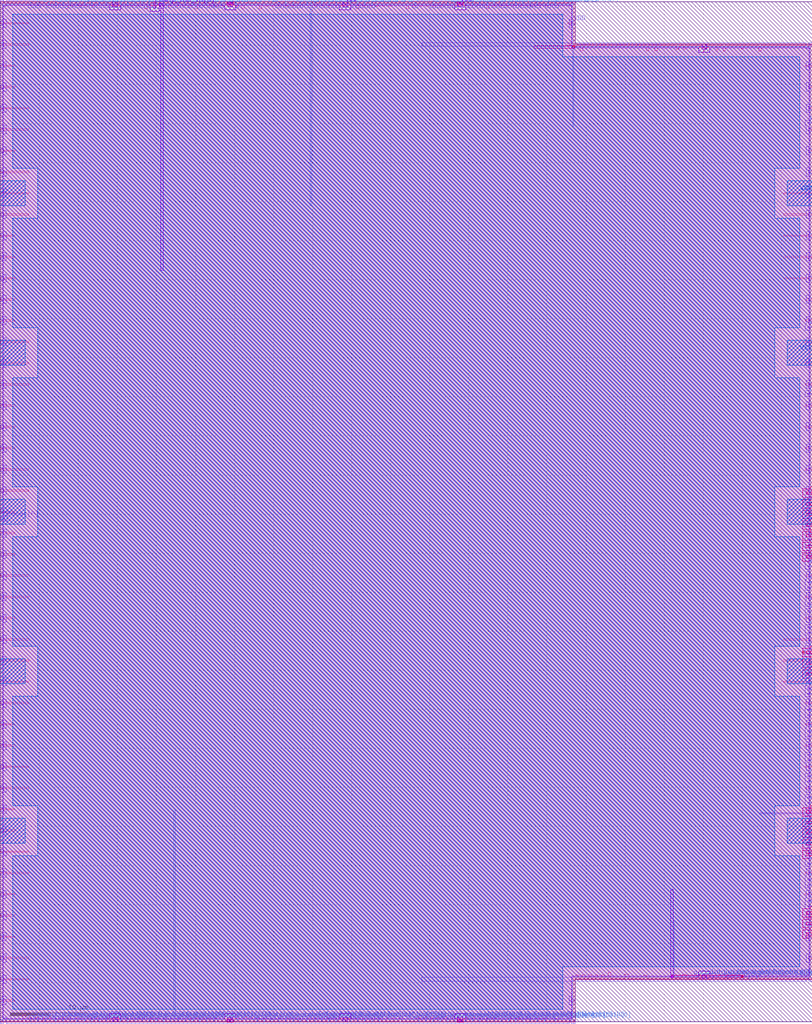
<source format=lef>
VERSION 5.7 ;
BUSBITCHARS "[]" ;

UNITS
  DATABASE MICRONS 1000 ;
END UNITS

MANUFACTURINGGRID 0.005 ;

LAYER li1
  TYPE ROUTING ;
  DIRECTION VERTICAL ;
  PITCH 0.46 ;
  WIDTH 0.17 ;
END li1

LAYER mcon
  TYPE CUT ;
END mcon

LAYER met1
  TYPE ROUTING ;
  DIRECTION HORIZONTAL ;
  PITCH 0.34 ;
  WIDTH 0.14 ;
END met1

LAYER via
  TYPE CUT ;
END via

LAYER met2
  TYPE ROUTING ;
  DIRECTION VERTICAL ;
  PITCH 0.46 ;
  WIDTH 0.14 ;
END met2

LAYER via2
  TYPE CUT ;
END via2

LAYER met3
  TYPE ROUTING ;
  DIRECTION HORIZONTAL ;
  PITCH 0.68 ;
  WIDTH 0.3 ;
END met3

LAYER via3
  TYPE CUT ;
END via3

LAYER met4
  TYPE ROUTING ;
  DIRECTION VERTICAL ;
  PITCH 0.92 ;
  WIDTH 0.3 ;
END met4

LAYER via4
  TYPE CUT ;
END via4

LAYER met5
  TYPE ROUTING ;
  DIRECTION HORIZONTAL ;
  PITCH 3.4 ;
  WIDTH 1.6 ;
END met5

LAYER nwell
  TYPE MASTERSLICE ;
END nwell

LAYER pwell
  TYPE MASTERSLICE ;
END pwell

LAYER OVERLAP
  TYPE OVERLAP ;
END OVERLAP

VIA L1M1_PR
  LAYER li1 ;
    RECT -0.085 -0.085 0.085 0.085 ;
  LAYER mcon ;
    RECT -0.085 -0.085 0.085 0.085 ;
  LAYER met1 ;
    RECT -0.145 -0.115 0.145 0.115 ;
END L1M1_PR

VIA L1M1_PR_R
  LAYER li1 ;
    RECT -0.085 -0.085 0.085 0.085 ;
  LAYER mcon ;
    RECT -0.085 -0.085 0.085 0.085 ;
  LAYER met1 ;
    RECT -0.115 -0.145 0.115 0.145 ;
END L1M1_PR_R

VIA L1M1_PR_M
  LAYER li1 ;
    RECT -0.085 -0.085 0.085 0.085 ;
  LAYER mcon ;
    RECT -0.085 -0.085 0.085 0.085 ;
  LAYER met1 ;
    RECT -0.115 -0.145 0.115 0.145 ;
END L1M1_PR_M

VIA L1M1_PR_MR
  LAYER li1 ;
    RECT -0.085 -0.085 0.085 0.085 ;
  LAYER mcon ;
    RECT -0.085 -0.085 0.085 0.085 ;
  LAYER met1 ;
    RECT -0.145 -0.115 0.145 0.115 ;
END L1M1_PR_MR

VIA L1M1_PR_C
  LAYER li1 ;
    RECT -0.085 -0.085 0.085 0.085 ;
  LAYER mcon ;
    RECT -0.085 -0.085 0.085 0.085 ;
  LAYER met1 ;
    RECT -0.145 -0.145 0.145 0.145 ;
END L1M1_PR_C

VIA M1M2_PR
  LAYER met1 ;
    RECT -0.16 -0.13 0.16 0.13 ;
  LAYER via ;
    RECT -0.075 -0.075 0.075 0.075 ;
  LAYER met2 ;
    RECT -0.13 -0.16 0.13 0.16 ;
END M1M2_PR

VIA M1M2_PR_Enc
  LAYER met1 ;
    RECT -0.16 -0.13 0.16 0.13 ;
  LAYER via ;
    RECT -0.075 -0.075 0.075 0.075 ;
  LAYER met2 ;
    RECT -0.16 -0.13 0.16 0.13 ;
END M1M2_PR_Enc

VIA M1M2_PR_R
  LAYER met1 ;
    RECT -0.13 -0.16 0.13 0.16 ;
  LAYER via ;
    RECT -0.075 -0.075 0.075 0.075 ;
  LAYER met2 ;
    RECT -0.16 -0.13 0.16 0.13 ;
END M1M2_PR_R

VIA M1M2_PR_R_Enc
  LAYER met1 ;
    RECT -0.13 -0.16 0.13 0.16 ;
  LAYER via ;
    RECT -0.075 -0.075 0.075 0.075 ;
  LAYER met2 ;
    RECT -0.13 -0.16 0.13 0.16 ;
END M1M2_PR_R_Enc

VIA M1M2_PR_M
  LAYER met1 ;
    RECT -0.16 -0.13 0.16 0.13 ;
  LAYER via ;
    RECT -0.075 -0.075 0.075 0.075 ;
  LAYER met2 ;
    RECT -0.16 -0.13 0.16 0.13 ;
END M1M2_PR_M

VIA M1M2_PR_M_Enc
  LAYER met1 ;
    RECT -0.16 -0.13 0.16 0.13 ;
  LAYER via ;
    RECT -0.075 -0.075 0.075 0.075 ;
  LAYER met2 ;
    RECT -0.13 -0.16 0.13 0.16 ;
END M1M2_PR_M_Enc

VIA M1M2_PR_MR
  LAYER met1 ;
    RECT -0.13 -0.16 0.13 0.16 ;
  LAYER via ;
    RECT -0.075 -0.075 0.075 0.075 ;
  LAYER met2 ;
    RECT -0.13 -0.16 0.13 0.16 ;
END M1M2_PR_MR

VIA M1M2_PR_MR_Enc
  LAYER met1 ;
    RECT -0.13 -0.16 0.13 0.16 ;
  LAYER via ;
    RECT -0.075 -0.075 0.075 0.075 ;
  LAYER met2 ;
    RECT -0.16 -0.13 0.16 0.13 ;
END M1M2_PR_MR_Enc

VIA M1M2_PR_C
  LAYER met1 ;
    RECT -0.16 -0.16 0.16 0.16 ;
  LAYER via ;
    RECT -0.075 -0.075 0.075 0.075 ;
  LAYER met2 ;
    RECT -0.16 -0.16 0.16 0.16 ;
END M1M2_PR_C

VIA M2M3_PR
  LAYER met2 ;
    RECT -0.14 -0.185 0.14 0.185 ;
  LAYER via2 ;
    RECT -0.1 -0.1 0.1 0.1 ;
  LAYER met3 ;
    RECT -0.165 -0.165 0.165 0.165 ;
END M2M3_PR

VIA M2M3_PR_R
  LAYER met2 ;
    RECT -0.185 -0.14 0.185 0.14 ;
  LAYER via2 ;
    RECT -0.1 -0.1 0.1 0.1 ;
  LAYER met3 ;
    RECT -0.165 -0.165 0.165 0.165 ;
END M2M3_PR_R

VIA M2M3_PR_M
  LAYER met2 ;
    RECT -0.14 -0.185 0.14 0.185 ;
  LAYER via2 ;
    RECT -0.1 -0.1 0.1 0.1 ;
  LAYER met3 ;
    RECT -0.165 -0.165 0.165 0.165 ;
END M2M3_PR_M

VIA M2M3_PR_MR
  LAYER met2 ;
    RECT -0.185 -0.14 0.185 0.14 ;
  LAYER via2 ;
    RECT -0.1 -0.1 0.1 0.1 ;
  LAYER met3 ;
    RECT -0.165 -0.165 0.165 0.165 ;
END M2M3_PR_MR

VIA M2M3_PR_C
  LAYER met2 ;
    RECT -0.185 -0.185 0.185 0.185 ;
  LAYER via2 ;
    RECT -0.1 -0.1 0.1 0.1 ;
  LAYER met3 ;
    RECT -0.165 -0.165 0.165 0.165 ;
END M2M3_PR_C

VIA M3M4_PR
  LAYER met3 ;
    RECT -0.19 -0.16 0.19 0.16 ;
  LAYER via3 ;
    RECT -0.1 -0.1 0.1 0.1 ;
  LAYER met4 ;
    RECT -0.165 -0.165 0.165 0.165 ;
END M3M4_PR

VIA M3M4_PR_R
  LAYER met3 ;
    RECT -0.16 -0.19 0.16 0.19 ;
  LAYER via3 ;
    RECT -0.1 -0.1 0.1 0.1 ;
  LAYER met4 ;
    RECT -0.165 -0.165 0.165 0.165 ;
END M3M4_PR_R

VIA M3M4_PR_M
  LAYER met3 ;
    RECT -0.19 -0.16 0.19 0.16 ;
  LAYER via3 ;
    RECT -0.1 -0.1 0.1 0.1 ;
  LAYER met4 ;
    RECT -0.165 -0.165 0.165 0.165 ;
END M3M4_PR_M

VIA M3M4_PR_MR
  LAYER met3 ;
    RECT -0.16 -0.19 0.16 0.19 ;
  LAYER via3 ;
    RECT -0.1 -0.1 0.1 0.1 ;
  LAYER met4 ;
    RECT -0.165 -0.165 0.165 0.165 ;
END M3M4_PR_MR

VIA M3M4_PR_C
  LAYER met3 ;
    RECT -0.19 -0.19 0.19 0.19 ;
  LAYER via3 ;
    RECT -0.1 -0.1 0.1 0.1 ;
  LAYER met4 ;
    RECT -0.165 -0.165 0.165 0.165 ;
END M3M4_PR_C

VIA M4M5_PR
  LAYER met4 ;
    RECT -0.59 -0.59 0.59 0.59 ;
  LAYER via4 ;
    RECT -0.4 -0.4 0.4 0.4 ;
  LAYER met5 ;
    RECT -0.71 -0.71 0.71 0.71 ;
END M4M5_PR

VIA M4M5_PR_R
  LAYER met4 ;
    RECT -0.59 -0.59 0.59 0.59 ;
  LAYER via4 ;
    RECT -0.4 -0.4 0.4 0.4 ;
  LAYER met5 ;
    RECT -0.71 -0.71 0.71 0.71 ;
END M4M5_PR_R

VIA M4M5_PR_M
  LAYER met4 ;
    RECT -0.59 -0.59 0.59 0.59 ;
  LAYER via4 ;
    RECT -0.4 -0.4 0.4 0.4 ;
  LAYER met5 ;
    RECT -0.71 -0.71 0.71 0.71 ;
END M4M5_PR_M

VIA M4M5_PR_MR
  LAYER met4 ;
    RECT -0.59 -0.59 0.59 0.59 ;
  LAYER via4 ;
    RECT -0.4 -0.4 0.4 0.4 ;
  LAYER met5 ;
    RECT -0.71 -0.71 0.71 0.71 ;
END M4M5_PR_MR

VIA M4M5_PR_C
  LAYER met4 ;
    RECT -0.59 -0.59 0.59 0.59 ;
  LAYER via4 ;
    RECT -0.4 -0.4 0.4 0.4 ;
  LAYER met5 ;
    RECT -0.71 -0.71 0.71 0.71 ;
END M4M5_PR_C

SITE unit
  CLASS CORE ;
  SYMMETRY Y ;
  SIZE 0.46 BY 2.72 ;
END unit

SITE unithddbl
  CLASS CORE ;
  SIZE 0.46 BY 5.44 ;
END unithddbl

MACRO sb_0__1_
  CLASS BLOCK ;
  ORIGIN 0 0 ;
  SIZE 103.96 BY 130.56 ;
  SYMMETRY X Y ;
  PIN pReset[0]
    DIRECTION INPUT ;
    USE SIGNAL ;
    PORT
      LAYER met1 ;
        RECT 0 64.36 0.595 64.5 ;
    END
  END pReset[0]
  PIN chany_top_in[0]
    DIRECTION INPUT ;
    USE SIGNAL ;
    PORT
      LAYER met4 ;
        RECT 19.63 129.76 19.93 130.56 ;
    END
  END chany_top_in[0]
  PIN chany_top_in[1]
    DIRECTION INPUT ;
    USE SIGNAL ;
    PORT
      LAYER met2 ;
        RECT 68.7 130.075 68.84 130.56 ;
    END
  END chany_top_in[1]
  PIN chany_top_in[2]
    DIRECTION INPUT ;
    USE SIGNAL ;
    PORT
      LAYER met2 ;
        RECT 55.36 130.075 55.5 130.56 ;
    END
  END chany_top_in[2]
  PIN chany_top_in[3]
    DIRECTION INPUT ;
    USE SIGNAL ;
    PORT
      LAYER met2 ;
        RECT 10.74 130.075 10.88 130.56 ;
    END
  END chany_top_in[3]
  PIN chany_top_in[4]
    DIRECTION INPUT ;
    USE SIGNAL ;
    PORT
      LAYER met2 ;
        RECT 7.98 130.075 8.12 130.56 ;
    END
  END chany_top_in[4]
  PIN chany_top_in[5]
    DIRECTION INPUT ;
    USE SIGNAL ;
    PORT
      LAYER met2 ;
        RECT 59.5 130.075 59.64 130.56 ;
    END
  END chany_top_in[5]
  PIN chany_top_in[6]
    DIRECTION INPUT ;
    USE SIGNAL ;
    PORT
      LAYER met2 ;
        RECT 11.66 130.075 11.8 130.56 ;
    END
  END chany_top_in[6]
  PIN chany_top_in[7]
    DIRECTION INPUT ;
    USE SIGNAL ;
    PORT
      LAYER met2 ;
        RECT 13.5 130.075 13.64 130.56 ;
    END
  END chany_top_in[7]
  PIN chany_top_in[8]
    DIRECTION INPUT ;
    USE SIGNAL ;
    PORT
      LAYER met2 ;
        RECT 25.46 130.075 25.6 130.56 ;
    END
  END chany_top_in[8]
  PIN chany_top_in[9]
    DIRECTION INPUT ;
    USE SIGNAL ;
    PORT
      LAYER met2 ;
        RECT 24.54 130.075 24.68 130.56 ;
    END
  END chany_top_in[9]
  PIN chany_top_in[10]
    DIRECTION INPUT ;
    USE SIGNAL ;
    PORT
      LAYER met2 ;
        RECT 36.5 130.075 36.64 130.56 ;
    END
  END chany_top_in[10]
  PIN chany_top_in[11]
    DIRECTION INPUT ;
    USE SIGNAL ;
    PORT
      LAYER met2 ;
        RECT 61.34 130.075 61.48 130.56 ;
    END
  END chany_top_in[11]
  PIN chany_top_in[12]
    DIRECTION INPUT ;
    USE SIGNAL ;
    PORT
      LAYER met2 ;
        RECT 53.06 130.075 53.2 130.56 ;
    END
  END chany_top_in[12]
  PIN chany_top_in[13]
    DIRECTION INPUT ;
    USE SIGNAL ;
    PORT
      LAYER met2 ;
        RECT 66.86 130.075 67 130.56 ;
    END
  END chany_top_in[13]
  PIN chany_top_in[14]
    DIRECTION INPUT ;
    USE SIGNAL ;
    PORT
      LAYER met2 ;
        RECT 70.08 130.075 70.22 130.56 ;
    END
  END chany_top_in[14]
  PIN chany_top_in[15]
    DIRECTION INPUT ;
    USE SIGNAL ;
    PORT
      LAYER met2 ;
        RECT 57.2 130.075 57.34 130.56 ;
    END
  END chany_top_in[15]
  PIN chany_top_in[16]
    DIRECTION INPUT ;
    USE SIGNAL ;
    PORT
      LAYER met2 ;
        RECT 60.42 130.075 60.56 130.56 ;
    END
  END chany_top_in[16]
  PIN chany_top_in[17]
    DIRECTION INPUT ;
    USE SIGNAL ;
    PORT
      LAYER met2 ;
        RECT 27.3 130.075 27.44 130.56 ;
    END
  END chany_top_in[17]
  PIN chany_top_in[18]
    DIRECTION INPUT ;
    USE SIGNAL ;
    PORT
      LAYER met2 ;
        RECT 35.58 130.075 35.72 130.56 ;
    END
  END chany_top_in[18]
  PIN chany_top_in[19]
    DIRECTION INPUT ;
    USE SIGNAL ;
    PORT
      LAYER met2 ;
        RECT 65.02 130.075 65.16 130.56 ;
    END
  END chany_top_in[19]
  PIN chany_top_in[20]
    DIRECTION INPUT ;
    USE SIGNAL ;
    PORT
      LAYER met2 ;
        RECT 65.94 130.075 66.08 130.56 ;
    END
  END chany_top_in[20]
  PIN chany_top_in[21]
    DIRECTION INPUT ;
    USE SIGNAL ;
    PORT
      LAYER met2 ;
        RECT 58.12 130.075 58.26 130.56 ;
    END
  END chany_top_in[21]
  PIN chany_top_in[22]
    DIRECTION INPUT ;
    USE SIGNAL ;
    PORT
      LAYER met2 ;
        RECT 12.58 130.075 12.72 130.56 ;
    END
  END chany_top_in[22]
  PIN chany_top_in[23]
    DIRECTION INPUT ;
    USE SIGNAL ;
    PORT
      LAYER met2 ;
        RECT 14.42 130.075 14.56 130.56 ;
    END
  END chany_top_in[23]
  PIN chany_top_in[24]
    DIRECTION INPUT ;
    USE SIGNAL ;
    PORT
      LAYER met2 ;
        RECT 30.06 130.075 30.2 130.56 ;
    END
  END chany_top_in[24]
  PIN chany_top_in[25]
    DIRECTION INPUT ;
    USE SIGNAL ;
    PORT
      LAYER met2 ;
        RECT 9.82 130.075 9.96 130.56 ;
    END
  END chany_top_in[25]
  PIN chany_top_in[26]
    DIRECTION INPUT ;
    USE SIGNAL ;
    PORT
      LAYER met2 ;
        RECT 64.1 130.075 64.24 130.56 ;
    END
  END chany_top_in[26]
  PIN chany_top_in[27]
    DIRECTION INPUT ;
    USE SIGNAL ;
    PORT
      LAYER met2 ;
        RECT 56.28 130.075 56.42 130.56 ;
    END
  END chany_top_in[27]
  PIN chany_top_in[28]
    DIRECTION INPUT ;
    USE SIGNAL ;
    PORT
      LAYER met2 ;
        RECT 71 130.075 71.14 130.56 ;
    END
  END chany_top_in[28]
  PIN chany_top_in[29]
    DIRECTION INPUT ;
    USE SIGNAL ;
    PORT
      LAYER met2 ;
        RECT 47.54 130.075 47.68 130.56 ;
    END
  END chany_top_in[29]
  PIN top_left_grid_pin_1_[0]
    DIRECTION INPUT ;
    USE SIGNAL ;
    PORT
      LAYER met2 ;
        RECT 3.84 130.075 3.98 130.56 ;
    END
  END top_left_grid_pin_1_[0]
  PIN chanx_right_in[0]
    DIRECTION INPUT ;
    USE SIGNAL ;
    PORT
      LAYER met3 ;
        RECT 103.16 47.11 103.96 47.41 ;
    END
  END chanx_right_in[0]
  PIN chanx_right_in[1]
    DIRECTION INPUT ;
    USE SIGNAL ;
    PORT
      LAYER met3 ;
        RECT 103.16 60.71 103.96 61.01 ;
    END
  END chanx_right_in[1]
  PIN chanx_right_in[2]
    DIRECTION INPUT ;
    USE SIGNAL ;
    PORT
      LAYER met3 ;
        RECT 103.16 67.51 103.96 67.81 ;
    END
  END chanx_right_in[2]
  PIN chanx_right_in[3]
    DIRECTION INPUT ;
    USE SIGNAL ;
    PORT
      LAYER met3 ;
        RECT 103.16 45.75 103.96 46.05 ;
    END
  END chanx_right_in[3]
  PIN chanx_right_in[4]
    DIRECTION INPUT ;
    USE SIGNAL ;
    PORT
      LAYER met1 ;
        RECT 103.365 37.16 103.96 37.3 ;
    END
  END chanx_right_in[4]
  PIN chanx_right_in[5]
    DIRECTION INPUT ;
    USE SIGNAL ;
    PORT
      LAYER met1 ;
        RECT 103.365 34.1 103.96 34.24 ;
    END
  END chanx_right_in[5]
  PIN chanx_right_in[6]
    DIRECTION INPUT ;
    USE SIGNAL ;
    PORT
      LAYER met1 ;
        RECT 103.365 52.46 103.96 52.6 ;
    END
  END chanx_right_in[6]
  PIN chanx_right_in[7]
    DIRECTION INPUT ;
    USE SIGNAL ;
    PORT
      LAYER met3 ;
        RECT 103.16 44.39 103.96 44.69 ;
    END
  END chanx_right_in[7]
  PIN chanx_right_in[8]
    DIRECTION INPUT ;
    USE SIGNAL ;
    PORT
      LAYER met3 ;
        RECT 103.16 59.35 103.96 59.65 ;
    END
  END chanx_right_in[8]
  PIN chanx_right_in[9]
    DIRECTION INPUT ;
    USE SIGNAL ;
    PORT
      LAYER met3 ;
        RECT 103.16 26.71 103.96 27.01 ;
    END
  END chanx_right_in[9]
  PIN chanx_right_in[10]
    DIRECTION INPUT ;
    USE SIGNAL ;
    PORT
      LAYER met1 ;
        RECT 103.365 15.4 103.96 15.54 ;
    END
  END chanx_right_in[10]
  PIN chanx_right_in[11]
    DIRECTION INPUT ;
    USE SIGNAL ;
    PORT
      LAYER met1 ;
        RECT 103.365 44.64 103.96 44.78 ;
    END
  END chanx_right_in[11]
  PIN chanx_right_in[12]
    DIRECTION INPUT ;
    USE SIGNAL ;
    PORT
      LAYER met1 ;
        RECT 103.365 58.24 103.96 58.38 ;
    END
  END chanx_right_in[12]
  PIN chanx_right_in[13]
    DIRECTION INPUT ;
    USE SIGNAL ;
    PORT
      LAYER met3 ;
        RECT 103.16 64.79 103.96 65.09 ;
    END
  END chanx_right_in[13]
  PIN chanx_right_in[14]
    DIRECTION INPUT ;
    USE SIGNAL ;
    PORT
      LAYER met1 ;
        RECT 103.365 42.6 103.96 42.74 ;
    END
  END chanx_right_in[14]
  PIN chanx_right_in[15]
    DIRECTION INPUT ;
    USE SIGNAL ;
    PORT
      LAYER met1 ;
        RECT 103.365 50.42 103.96 50.56 ;
    END
  END chanx_right_in[15]
  PIN chanx_right_in[16]
    DIRECTION INPUT ;
    USE SIGNAL ;
    PORT
      LAYER met1 ;
        RECT 103.365 14.72 103.96 14.86 ;
    END
  END chanx_right_in[16]
  PIN chanx_right_in[17]
    DIRECTION INPUT ;
    USE SIGNAL ;
    PORT
      LAYER met1 ;
        RECT 103.365 39.88 103.96 40.02 ;
    END
  END chanx_right_in[17]
  PIN chanx_right_in[18]
    DIRECTION INPUT ;
    USE SIGNAL ;
    PORT
      LAYER met1 ;
        RECT 103.365 41.92 103.96 42.06 ;
    END
  END chanx_right_in[18]
  PIN chanx_right_in[19]
    DIRECTION INPUT ;
    USE SIGNAL ;
    PORT
      LAYER met3 ;
        RECT 103.16 62.07 103.96 62.37 ;
    END
  END chanx_right_in[19]
  PIN chanx_right_in[20]
    DIRECTION INPUT ;
    USE SIGNAL ;
    PORT
      LAYER met1 ;
        RECT 103.365 33.42 103.96 33.56 ;
    END
  END chanx_right_in[20]
  PIN chanx_right_in[21]
    DIRECTION INPUT ;
    USE SIGNAL ;
    PORT
      LAYER met3 ;
        RECT 103.16 23.99 103.96 24.29 ;
    END
  END chanx_right_in[21]
  PIN chanx_right_in[22]
    DIRECTION INPUT ;
    USE SIGNAL ;
    PORT
      LAYER met1 ;
        RECT 103.365 47.02 103.96 47.16 ;
    END
  END chanx_right_in[22]
  PIN chanx_right_in[23]
    DIRECTION INPUT ;
    USE SIGNAL ;
    PORT
      LAYER met1 ;
        RECT 103.365 45.32 103.96 45.46 ;
    END
  END chanx_right_in[23]
  PIN chanx_right_in[24]
    DIRECTION INPUT ;
    USE SIGNAL ;
    PORT
      LAYER met1 ;
        RECT 103.365 63.68 103.96 63.82 ;
    END
  END chanx_right_in[24]
  PIN chanx_right_in[25]
    DIRECTION INPUT ;
    USE SIGNAL ;
    PORT
      LAYER met1 ;
        RECT 103.365 49.74 103.96 49.88 ;
    END
  END chanx_right_in[25]
  PIN chanx_right_in[26]
    DIRECTION INPUT ;
    USE SIGNAL ;
    PORT
      LAYER met1 ;
        RECT 103.365 39.2 103.96 39.34 ;
    END
  END chanx_right_in[26]
  PIN chanx_right_in[27]
    DIRECTION INPUT ;
    USE SIGNAL ;
    PORT
      LAYER met3 ;
        RECT 103.16 21.27 103.96 21.57 ;
    END
  END chanx_right_in[27]
  PIN chanx_right_in[28]
    DIRECTION INPUT ;
    USE SIGNAL ;
    PORT
      LAYER met1 ;
        RECT 103.365 36.48 103.96 36.62 ;
    END
  END chanx_right_in[28]
  PIN chanx_right_in[29]
    DIRECTION INPUT ;
    USE SIGNAL ;
    PORT
      LAYER met1 ;
        RECT 103.365 47.7 103.96 47.84 ;
    END
  END chanx_right_in[29]
  PIN right_bottom_grid_pin_36_[0]
    DIRECTION INPUT ;
    USE SIGNAL ;
    PORT
      LAYER met2 ;
        RECT 94 5.44 94.14 5.925 ;
    END
  END right_bottom_grid_pin_36_[0]
  PIN right_bottom_grid_pin_37_[0]
    DIRECTION INPUT ;
    USE SIGNAL ;
    PORT
      LAYER met2 ;
        RECT 96.76 5.44 96.9 5.925 ;
    END
  END right_bottom_grid_pin_37_[0]
  PIN right_bottom_grid_pin_38_[0]
    DIRECTION INPUT ;
    USE SIGNAL ;
    PORT
      LAYER met2 ;
        RECT 95.84 5.44 95.98 5.925 ;
    END
  END right_bottom_grid_pin_38_[0]
  PIN right_bottom_grid_pin_39_[0]
    DIRECTION INPUT ;
    USE SIGNAL ;
    PORT
      LAYER met2 ;
        RECT 94.92 5.44 95.06 5.925 ;
    END
  END right_bottom_grid_pin_39_[0]
  PIN right_bottom_grid_pin_40_[0]
    DIRECTION INPUT ;
    USE SIGNAL ;
    PORT
      LAYER met2 ;
        RECT 89.4 5.44 89.54 5.925 ;
    END
  END right_bottom_grid_pin_40_[0]
  PIN right_bottom_grid_pin_41_[0]
    DIRECTION INPUT ;
    USE SIGNAL ;
    PORT
      LAYER met2 ;
        RECT 90.32 5.44 90.46 5.925 ;
    END
  END right_bottom_grid_pin_41_[0]
  PIN right_bottom_grid_pin_42_[0]
    DIRECTION INPUT ;
    USE SIGNAL ;
    PORT
      LAYER met2 ;
        RECT 93.08 5.44 93.22 5.925 ;
    END
  END right_bottom_grid_pin_42_[0]
  PIN right_bottom_grid_pin_43_[0]
    DIRECTION INPUT ;
    USE SIGNAL ;
    PORT
      LAYER met2 ;
        RECT 91.24 5.44 91.38 5.925 ;
    END
  END right_bottom_grid_pin_43_[0]
  PIN chany_bottom_in[0]
    DIRECTION INPUT ;
    USE SIGNAL ;
    PORT
      LAYER met2 ;
        RECT 32.82 0 32.96 0.485 ;
    END
  END chany_bottom_in[0]
  PIN chany_bottom_in[1]
    DIRECTION INPUT ;
    USE SIGNAL ;
    PORT
      LAYER met2 ;
        RECT 59.5 0 59.64 0.485 ;
    END
  END chany_bottom_in[1]
  PIN chany_bottom_in[2]
    DIRECTION INPUT ;
    USE SIGNAL ;
    PORT
      LAYER met2 ;
        RECT 65.94 0 66.08 0.485 ;
    END
  END chany_bottom_in[2]
  PIN chany_bottom_in[3]
    DIRECTION INPUT ;
    USE SIGNAL ;
    PORT
      LAYER met2 ;
        RECT 35.58 0 35.72 0.485 ;
    END
  END chany_bottom_in[3]
  PIN chany_bottom_in[4]
    DIRECTION INPUT ;
    USE SIGNAL ;
    PORT
      LAYER met2 ;
        RECT 39.26 0 39.4 0.485 ;
    END
  END chany_bottom_in[4]
  PIN chany_bottom_in[5]
    DIRECTION INPUT ;
    USE SIGNAL ;
    PORT
      LAYER met2 ;
        RECT 66.86 0 67 0.485 ;
    END
  END chany_bottom_in[5]
  PIN chany_bottom_in[6]
    DIRECTION INPUT ;
    USE SIGNAL ;
    PORT
      LAYER met2 ;
        RECT 33.74 0 33.88 0.485 ;
    END
  END chany_bottom_in[6]
  PIN chany_bottom_in[7]
    DIRECTION INPUT ;
    USE SIGNAL ;
    PORT
      LAYER met2 ;
        RECT 54.44 0 54.58 0.485 ;
    END
  END chany_bottom_in[7]
  PIN chany_bottom_in[8]
    DIRECTION INPUT ;
    USE SIGNAL ;
    PORT
      LAYER met2 ;
        RECT 47.54 0 47.68 0.485 ;
    END
  END chany_bottom_in[8]
  PIN chany_bottom_in[9]
    DIRECTION INPUT ;
    USE SIGNAL ;
    PORT
      LAYER met2 ;
        RECT 61.34 0 61.48 0.485 ;
    END
  END chany_bottom_in[9]
  PIN chany_bottom_in[10]
    DIRECTION INPUT ;
    USE SIGNAL ;
    PORT
      LAYER met2 ;
        RECT 9.82 0 9.96 0.485 ;
    END
  END chany_bottom_in[10]
  PIN chany_bottom_in[11]
    DIRECTION INPUT ;
    USE SIGNAL ;
    PORT
      LAYER met2 ;
        RECT 7.98 0 8.12 0.485 ;
    END
  END chany_bottom_in[11]
  PIN chany_bottom_in[12]
    DIRECTION INPUT ;
    USE SIGNAL ;
    PORT
      LAYER met2 ;
        RECT 48.46 0 48.6 0.485 ;
    END
  END chany_bottom_in[12]
  PIN chany_bottom_in[13]
    DIRECTION INPUT ;
    USE SIGNAL ;
    PORT
      LAYER met2 ;
        RECT 58.12 0 58.26 0.485 ;
    END
  END chany_bottom_in[13]
  PIN chany_bottom_in[14]
    DIRECTION INPUT ;
    USE SIGNAL ;
    PORT
      LAYER met2 ;
        RECT 60.42 0 60.56 0.485 ;
    END
  END chany_bottom_in[14]
  PIN chany_bottom_in[15]
    DIRECTION INPUT ;
    USE SIGNAL ;
    PORT
      LAYER met2 ;
        RECT 68.7 0 68.84 0.485 ;
    END
  END chany_bottom_in[15]
  PIN chany_bottom_in[16]
    DIRECTION INPUT ;
    USE SIGNAL ;
    PORT
      LAYER met2 ;
        RECT 71 0 71.14 0.485 ;
    END
  END chany_bottom_in[16]
  PIN chany_bottom_in[17]
    DIRECTION INPUT ;
    USE SIGNAL ;
    PORT
      LAYER met2 ;
        RECT 3.84 0 3.98 0.485 ;
    END
  END chany_bottom_in[17]
  PIN chany_bottom_in[18]
    DIRECTION INPUT ;
    USE SIGNAL ;
    PORT
      LAYER met2 ;
        RECT 34.66 0 34.8 0.485 ;
    END
  END chany_bottom_in[18]
  PIN chany_bottom_in[19]
    DIRECTION INPUT ;
    USE SIGNAL ;
    PORT
      LAYER met2 ;
        RECT 44.78 0 44.92 0.485 ;
    END
  END chany_bottom_in[19]
  PIN chany_bottom_in[20]
    DIRECTION INPUT ;
    USE SIGNAL ;
    PORT
      LAYER met2 ;
        RECT 55.36 0 55.5 0.485 ;
    END
  END chany_bottom_in[20]
  PIN chany_bottom_in[21]
    DIRECTION INPUT ;
    USE SIGNAL ;
    PORT
      LAYER met2 ;
        RECT 67.78 0 67.92 0.485 ;
    END
  END chany_bottom_in[21]
  PIN chany_bottom_in[22]
    DIRECTION INPUT ;
    USE SIGNAL ;
    PORT
      LAYER met2 ;
        RECT 56.28 0 56.42 0.485 ;
    END
  END chany_bottom_in[22]
  PIN chany_bottom_in[23]
    DIRECTION INPUT ;
    USE SIGNAL ;
    PORT
      LAYER met2 ;
        RECT 37.42 0 37.56 0.485 ;
    END
  END chany_bottom_in[23]
  PIN chany_bottom_in[24]
    DIRECTION INPUT ;
    USE SIGNAL ;
    PORT
      LAYER met2 ;
        RECT 8.9 0 9.04 0.485 ;
    END
  END chany_bottom_in[24]
  PIN chany_bottom_in[25]
    DIRECTION INPUT ;
    USE SIGNAL ;
    PORT
      LAYER met2 ;
        RECT 57.2 0 57.34 0.485 ;
    END
  END chany_bottom_in[25]
  PIN chany_bottom_in[26]
    DIRECTION INPUT ;
    USE SIGNAL ;
    PORT
      LAYER met2 ;
        RECT 36.5 0 36.64 0.485 ;
    END
  END chany_bottom_in[26]
  PIN chany_bottom_in[27]
    DIRECTION INPUT ;
    USE SIGNAL ;
    PORT
      LAYER met2 ;
        RECT 46.62 0 46.76 0.485 ;
    END
  END chany_bottom_in[27]
  PIN chany_bottom_in[28]
    DIRECTION INPUT ;
    USE SIGNAL ;
    PORT
      LAYER met2 ;
        RECT 53.52 0 53.66 0.485 ;
    END
  END chany_bottom_in[28]
  PIN chany_bottom_in[29]
    DIRECTION INPUT ;
    USE SIGNAL ;
    PORT
      LAYER met2 ;
        RECT 65.02 0 65.16 0.485 ;
    END
  END chany_bottom_in[29]
  PIN bottom_left_grid_pin_1_[0]
    DIRECTION INPUT ;
    USE SIGNAL ;
    PORT
      LAYER met2 ;
        RECT 7.06 0 7.2 0.485 ;
    END
  END bottom_left_grid_pin_1_[0]
  PIN ccff_head[0]
    DIRECTION INPUT ;
    USE SIGNAL ;
    PORT
      LAYER met1 ;
        RECT 103.365 66.4 103.96 66.54 ;
    END
  END ccff_head[0]
  PIN chany_top_out[0]
    DIRECTION OUTPUT ;
    USE SIGNAL ;
    PORT
      LAYER met2 ;
        RECT 15.34 130.075 15.48 130.56 ;
    END
  END chany_top_out[0]
  PIN chany_top_out[1]
    DIRECTION OUTPUT ;
    USE SIGNAL ;
    PORT
      LAYER met2 ;
        RECT 62.26 130.075 62.4 130.56 ;
    END
  END chany_top_out[1]
  PIN chany_top_out[2]
    DIRECTION OUTPUT ;
    USE SIGNAL ;
    PORT
      LAYER met2 ;
        RECT 16.26 130.075 16.4 130.56 ;
    END
  END chany_top_out[2]
  PIN chany_top_out[3]
    DIRECTION OUTPUT ;
    USE SIGNAL ;
    PORT
      LAYER met2 ;
        RECT 7.06 130.075 7.2 130.56 ;
    END
  END chany_top_out[3]
  PIN chany_top_out[4]
    DIRECTION OUTPUT ;
    USE SIGNAL ;
    PORT
      LAYER met2 ;
        RECT 46.62 130.075 46.76 130.56 ;
    END
  END chany_top_out[4]
  PIN chany_top_out[5]
    DIRECTION OUTPUT ;
    USE SIGNAL ;
    PORT
      LAYER met2 ;
        RECT 23.62 130.075 23.76 130.56 ;
    END
  END chany_top_out[5]
  PIN chany_top_out[6]
    DIRECTION OUTPUT ;
    USE SIGNAL ;
    PORT
      LAYER met2 ;
        RECT 8.9 130.075 9.04 130.56 ;
    END
  END chany_top_out[6]
  PIN chany_top_out[7]
    DIRECTION OUTPUT ;
    USE SIGNAL ;
    PORT
      LAYER met2 ;
        RECT 37.42 130.075 37.56 130.56 ;
    END
  END chany_top_out[7]
  PIN chany_top_out[8]
    DIRECTION OUTPUT ;
    USE SIGNAL ;
    PORT
      LAYER met2 ;
        RECT 63.18 130.075 63.32 130.56 ;
    END
  END chany_top_out[8]
  PIN chany_top_out[9]
    DIRECTION OUTPUT ;
    USE SIGNAL ;
    PORT
      LAYER met2 ;
        RECT 17.18 130.075 17.32 130.56 ;
    END
  END chany_top_out[9]
  PIN chany_top_out[10]
    DIRECTION OUTPUT ;
    USE SIGNAL ;
    PORT
      LAYER met2 ;
        RECT 45.7 130.075 45.84 130.56 ;
    END
  END chany_top_out[10]
  PIN chany_top_out[11]
    DIRECTION OUTPUT ;
    USE SIGNAL ;
    PORT
      LAYER met2 ;
        RECT 22.7 130.075 22.84 130.56 ;
    END
  END chany_top_out[11]
  PIN chany_top_out[12]
    DIRECTION OUTPUT ;
    USE SIGNAL ;
    PORT
      LAYER met2 ;
        RECT 26.38 130.075 26.52 130.56 ;
    END
  END chany_top_out[12]
  PIN chany_top_out[13]
    DIRECTION OUTPUT ;
    USE SIGNAL ;
    PORT
      LAYER met2 ;
        RECT 18.1 130.075 18.24 130.56 ;
    END
  END chany_top_out[13]
  PIN chany_top_out[14]
    DIRECTION OUTPUT ;
    USE SIGNAL ;
    PORT
      LAYER met2 ;
        RECT 67.78 130.075 67.92 130.56 ;
    END
  END chany_top_out[14]
  PIN chany_top_out[15]
    DIRECTION OUTPUT ;
    USE SIGNAL ;
    PORT
      LAYER met2 ;
        RECT 38.34 130.075 38.48 130.56 ;
    END
  END chany_top_out[15]
  PIN chany_top_out[16]
    DIRECTION OUTPUT ;
    USE SIGNAL ;
    PORT
      LAYER met2 ;
        RECT 44.78 130.075 44.92 130.56 ;
    END
  END chany_top_out[16]
  PIN chany_top_out[17]
    DIRECTION OUTPUT ;
    USE SIGNAL ;
    PORT
      LAYER met2 ;
        RECT 21.78 130.075 21.92 130.56 ;
    END
  END chany_top_out[17]
  PIN chany_top_out[18]
    DIRECTION OUTPUT ;
    USE SIGNAL ;
    PORT
      LAYER met2 ;
        RECT 4.76 130.075 4.9 130.56 ;
    END
  END chany_top_out[18]
  PIN chany_top_out[19]
    DIRECTION OUTPUT ;
    USE SIGNAL ;
    PORT
      LAYER met2 ;
        RECT 39.26 130.075 39.4 130.56 ;
    END
  END chany_top_out[19]
  PIN chany_top_out[20]
    DIRECTION OUTPUT ;
    USE SIGNAL ;
    PORT
      LAYER met2 ;
        RECT 43.86 130.075 44 130.56 ;
    END
  END chany_top_out[20]
  PIN chany_top_out[21]
    DIRECTION OUTPUT ;
    USE SIGNAL ;
    PORT
      LAYER met2 ;
        RECT 19.02 130.075 19.16 130.56 ;
    END
  END chany_top_out[21]
  PIN chany_top_out[22]
    DIRECTION OUTPUT ;
    USE SIGNAL ;
    PORT
      LAYER met2 ;
        RECT 6.14 130.075 6.28 130.56 ;
    END
  END chany_top_out[22]
  PIN chany_top_out[23]
    DIRECTION OUTPUT ;
    USE SIGNAL ;
    PORT
      LAYER met2 ;
        RECT 40.18 130.075 40.32 130.56 ;
    END
  END chany_top_out[23]
  PIN chany_top_out[24]
    DIRECTION OUTPUT ;
    USE SIGNAL ;
    PORT
      LAYER met2 ;
        RECT 28.22 130.075 28.36 130.56 ;
    END
  END chany_top_out[24]
  PIN chany_top_out[25]
    DIRECTION OUTPUT ;
    USE SIGNAL ;
    PORT
      LAYER met2 ;
        RECT 42.94 130.075 43.08 130.56 ;
    END
  END chany_top_out[25]
  PIN chany_top_out[26]
    DIRECTION OUTPUT ;
    USE SIGNAL ;
    PORT
      LAYER met2 ;
        RECT 41.1 130.075 41.24 130.56 ;
    END
  END chany_top_out[26]
  PIN chany_top_out[27]
    DIRECTION OUTPUT ;
    USE SIGNAL ;
    PORT
      LAYER met2 ;
        RECT 20.86 130.075 21 130.56 ;
    END
  END chany_top_out[27]
  PIN chany_top_out[28]
    DIRECTION OUTPUT ;
    USE SIGNAL ;
    PORT
      LAYER met2 ;
        RECT 19.94 130.075 20.08 130.56 ;
    END
  END chany_top_out[28]
  PIN chany_top_out[29]
    DIRECTION OUTPUT ;
    USE SIGNAL ;
    PORT
      LAYER met2 ;
        RECT 42.02 130.075 42.16 130.56 ;
    END
  END chany_top_out[29]
  PIN chanx_right_out[0]
    DIRECTION OUTPUT ;
    USE SIGNAL ;
    PORT
      LAYER met1 ;
        RECT 103.365 61.64 103.96 61.78 ;
    END
  END chanx_right_out[0]
  PIN chanx_right_out[1]
    DIRECTION OUTPUT ;
    USE SIGNAL ;
    PORT
      LAYER met1 ;
        RECT 103.365 20.16 103.96 20.3 ;
    END
  END chanx_right_out[1]
  PIN chanx_right_out[2]
    DIRECTION OUTPUT ;
    USE SIGNAL ;
    PORT
      LAYER met1 ;
        RECT 103.365 27.98 103.96 28.12 ;
    END
  END chanx_right_out[2]
  PIN chanx_right_out[3]
    DIRECTION OUTPUT ;
    USE SIGNAL ;
    PORT
      LAYER met1 ;
        RECT 103.365 64.36 103.96 64.5 ;
    END
  END chanx_right_out[3]
  PIN chanx_right_out[4]
    DIRECTION OUTPUT ;
    USE SIGNAL ;
    PORT
      LAYER met3 ;
        RECT 103.16 25.35 103.96 25.65 ;
    END
  END chanx_right_out[4]
  PIN chanx_right_out[5]
    DIRECTION OUTPUT ;
    USE SIGNAL ;
    PORT
      LAYER met1 ;
        RECT 103.365 30.7 103.96 30.84 ;
    END
  END chanx_right_out[5]
  PIN chanx_right_out[6]
    DIRECTION OUTPUT ;
    USE SIGNAL ;
    PORT
      LAYER met3 ;
        RECT 103.16 66.15 103.96 66.45 ;
    END
  END chanx_right_out[6]
  PIN chanx_right_out[7]
    DIRECTION OUTPUT ;
    USE SIGNAL ;
    PORT
      LAYER met3 ;
        RECT 103.16 13.79 103.96 14.09 ;
    END
  END chanx_right_out[7]
  PIN chanx_right_out[8]
    DIRECTION OUTPUT ;
    USE SIGNAL ;
    PORT
      LAYER met3 ;
        RECT 103.16 22.63 103.96 22.93 ;
    END
  END chanx_right_out[8]
  PIN chanx_right_out[9]
    DIRECTION OUTPUT ;
    USE SIGNAL ;
    PORT
      LAYER met1 ;
        RECT 103.365 58.92 103.96 59.06 ;
    END
  END chanx_right_out[9]
  PIN chanx_right_out[10]
    DIRECTION OUTPUT ;
    USE SIGNAL ;
    PORT
      LAYER met1 ;
        RECT 103.365 56.2 103.96 56.34 ;
    END
  END chanx_right_out[10]
  PIN chanx_right_out[11]
    DIRECTION OUTPUT ;
    USE SIGNAL ;
    PORT
      LAYER met1 ;
        RECT 103.365 18.12 103.96 18.26 ;
    END
  END chanx_right_out[11]
  PIN chanx_right_out[12]
    DIRECTION OUTPUT ;
    USE SIGNAL ;
    PORT
      LAYER met1 ;
        RECT 103.365 60.96 103.96 61.1 ;
    END
  END chanx_right_out[12]
  PIN chanx_right_out[13]
    DIRECTION OUTPUT ;
    USE SIGNAL ;
    PORT
      LAYER met3 ;
        RECT 103.16 12.43 103.96 12.73 ;
    END
  END chanx_right_out[13]
  PIN chanx_right_out[14]
    DIRECTION OUTPUT ;
    USE SIGNAL ;
    PORT
      LAYER met1 ;
        RECT 103.365 31.38 103.96 31.52 ;
    END
  END chanx_right_out[14]
  PIN chanx_right_out[15]
    DIRECTION OUTPUT ;
    USE SIGNAL ;
    PORT
      LAYER met1 ;
        RECT 103.365 55.52 103.96 55.66 ;
    END
  END chanx_right_out[15]
  PIN chanx_right_out[16]
    DIRECTION OUTPUT ;
    USE SIGNAL ;
    PORT
      LAYER met3 ;
        RECT 103.16 11.07 103.96 11.37 ;
    END
  END chanx_right_out[16]
  PIN chanx_right_out[17]
    DIRECTION OUTPUT ;
    USE SIGNAL ;
    PORT
      LAYER met1 ;
        RECT 103.365 22.88 103.96 23.02 ;
    END
  END chanx_right_out[17]
  PIN chanx_right_out[18]
    DIRECTION OUTPUT ;
    USE SIGNAL ;
    PORT
      LAYER met3 ;
        RECT 103.16 63.43 103.96 63.73 ;
    END
  END chanx_right_out[18]
  PIN chanx_right_out[19]
    DIRECTION OUTPUT ;
    USE SIGNAL ;
    PORT
      LAYER met1 ;
        RECT 103.365 11.66 103.96 11.8 ;
    END
  END chanx_right_out[19]
  PIN chanx_right_out[20]
    DIRECTION OUTPUT ;
    USE SIGNAL ;
    PORT
      LAYER met1 ;
        RECT 103.365 17.44 103.96 17.58 ;
    END
  END chanx_right_out[20]
  PIN chanx_right_out[21]
    DIRECTION OUTPUT ;
    USE SIGNAL ;
    PORT
      LAYER met1 ;
        RECT 103.365 67.08 103.96 67.22 ;
    END
  END chanx_right_out[21]
  PIN chanx_right_out[22]
    DIRECTION OUTPUT ;
    USE SIGNAL ;
    PORT
      LAYER met1 ;
        RECT 103.365 20.84 103.96 20.98 ;
    END
  END chanx_right_out[22]
  PIN chanx_right_out[23]
    DIRECTION OUTPUT ;
    USE SIGNAL ;
    PORT
      LAYER met1 ;
        RECT 103.365 25.26 103.96 25.4 ;
    END
  END chanx_right_out[23]
  PIN chanx_right_out[24]
    DIRECTION OUTPUT ;
    USE SIGNAL ;
    PORT
      LAYER met1 ;
        RECT 103.365 88.84 103.96 88.98 ;
    END
  END chanx_right_out[24]
  PIN chanx_right_out[25]
    DIRECTION OUTPUT ;
    USE SIGNAL ;
    PORT
      LAYER met1 ;
        RECT 103.365 12.34 103.96 12.48 ;
    END
  END chanx_right_out[25]
  PIN chanx_right_out[26]
    DIRECTION OUTPUT ;
    USE SIGNAL ;
    PORT
      LAYER met1 ;
        RECT 103.365 28.66 103.96 28.8 ;
    END
  END chanx_right_out[26]
  PIN chanx_right_out[27]
    DIRECTION OUTPUT ;
    USE SIGNAL ;
    PORT
      LAYER met1 ;
        RECT 103.365 53.48 103.96 53.62 ;
    END
  END chanx_right_out[27]
  PIN chanx_right_out[28]
    DIRECTION OUTPUT ;
    USE SIGNAL ;
    PORT
      LAYER met1 ;
        RECT 103.365 25.94 103.96 26.08 ;
    END
  END chanx_right_out[28]
  PIN chanx_right_out[29]
    DIRECTION OUTPUT ;
    USE SIGNAL ;
    PORT
      LAYER met1 ;
        RECT 103.365 23.56 103.96 23.7 ;
    END
  END chanx_right_out[29]
  PIN chany_bottom_out[0]
    DIRECTION OUTPUT ;
    USE SIGNAL ;
    PORT
      LAYER met2 ;
        RECT 11.66 0 11.8 0.485 ;
    END
  END chany_bottom_out[0]
  PIN chany_bottom_out[1]
    DIRECTION OUTPUT ;
    USE SIGNAL ;
    PORT
      LAYER met2 ;
        RECT 64.1 0 64.24 0.485 ;
    END
  END chany_bottom_out[1]
  PIN chany_bottom_out[2]
    DIRECTION OUTPUT ;
    USE SIGNAL ;
    PORT
      LAYER met2 ;
        RECT 43.86 0 44 0.485 ;
    END
  END chany_bottom_out[2]
  PIN chany_bottom_out[3]
    DIRECTION OUTPUT ;
    USE SIGNAL ;
    PORT
      LAYER met2 ;
        RECT 5.68 0 5.82 0.485 ;
    END
  END chany_bottom_out[3]
  PIN chany_bottom_out[4]
    DIRECTION OUTPUT ;
    USE SIGNAL ;
    PORT
      LAYER met2 ;
        RECT 26.38 0 26.52 0.485 ;
    END
  END chany_bottom_out[4]
  PIN chany_bottom_out[5]
    DIRECTION OUTPUT ;
    USE SIGNAL ;
    PORT
      LAYER met2 ;
        RECT 40.18 0 40.32 0.485 ;
    END
  END chany_bottom_out[5]
  PIN chany_bottom_out[6]
    DIRECTION OUTPUT ;
    USE SIGNAL ;
    PORT
      LAYER met2 ;
        RECT 10.74 0 10.88 0.485 ;
    END
  END chany_bottom_out[6]
  PIN chany_bottom_out[7]
    DIRECTION OUTPUT ;
    USE SIGNAL ;
    PORT
      LAYER met2 ;
        RECT 14.42 0 14.56 0.485 ;
    END
  END chany_bottom_out[7]
  PIN chany_bottom_out[8]
    DIRECTION OUTPUT ;
    USE SIGNAL ;
    PORT
      LAYER met2 ;
        RECT 25.46 0 25.6 0.485 ;
    END
  END chany_bottom_out[8]
  PIN chany_bottom_out[9]
    DIRECTION OUTPUT ;
    USE SIGNAL ;
    PORT
      LAYER met2 ;
        RECT 62.26 0 62.4 0.485 ;
    END
  END chany_bottom_out[9]
  PIN chany_bottom_out[10]
    DIRECTION OUTPUT ;
    USE SIGNAL ;
    PORT
      LAYER met2 ;
        RECT 42.94 0 43.08 0.485 ;
    END
  END chany_bottom_out[10]
  PIN chany_bottom_out[11]
    DIRECTION OUTPUT ;
    USE SIGNAL ;
    PORT
      LAYER met2 ;
        RECT 41.1 0 41.24 0.485 ;
    END
  END chany_bottom_out[11]
  PIN chany_bottom_out[12]
    DIRECTION OUTPUT ;
    USE SIGNAL ;
    PORT
      LAYER met2 ;
        RECT 27.3 0 27.44 0.485 ;
    END
  END chany_bottom_out[12]
  PIN chany_bottom_out[13]
    DIRECTION OUTPUT ;
    USE SIGNAL ;
    PORT
      LAYER met2 ;
        RECT 15.34 0 15.48 0.485 ;
    END
  END chany_bottom_out[13]
  PIN chany_bottom_out[14]
    DIRECTION OUTPUT ;
    USE SIGNAL ;
    PORT
      LAYER met2 ;
        RECT 69.62 0 69.76 0.485 ;
    END
  END chany_bottom_out[14]
  PIN chany_bottom_out[15]
    DIRECTION OUTPUT ;
    USE SIGNAL ;
    PORT
      LAYER met2 ;
        RECT 24.54 0 24.68 0.485 ;
    END
  END chany_bottom_out[15]
  PIN chany_bottom_out[16]
    DIRECTION OUTPUT ;
    USE SIGNAL ;
    PORT
      LAYER met2 ;
        RECT 4.76 0 4.9 0.485 ;
    END
  END chany_bottom_out[16]
  PIN chany_bottom_out[17]
    DIRECTION OUTPUT ;
    USE SIGNAL ;
    PORT
      LAYER met2 ;
        RECT 16.26 0 16.4 0.485 ;
    END
  END chany_bottom_out[17]
  PIN chany_bottom_out[18]
    DIRECTION OUTPUT ;
    USE SIGNAL ;
    PORT
      LAYER met2 ;
        RECT 12.58 0 12.72 0.485 ;
    END
  END chany_bottom_out[18]
  PIN chany_bottom_out[19]
    DIRECTION OUTPUT ;
    USE SIGNAL ;
    PORT
      LAYER met2 ;
        RECT 23.62 0 23.76 0.485 ;
    END
  END chany_bottom_out[19]
  PIN chany_bottom_out[20]
    DIRECTION OUTPUT ;
    USE SIGNAL ;
    PORT
      LAYER met2 ;
        RECT 17.18 0 17.32 0.485 ;
    END
  END chany_bottom_out[20]
  PIN chany_bottom_out[21]
    DIRECTION OUTPUT ;
    USE SIGNAL ;
    PORT
      LAYER met2 ;
        RECT 22.7 0 22.84 0.485 ;
    END
  END chany_bottom_out[21]
  PIN chany_bottom_out[22]
    DIRECTION OUTPUT ;
    USE SIGNAL ;
    PORT
      LAYER met2 ;
        RECT 45.7 0 45.84 0.485 ;
    END
  END chany_bottom_out[22]
  PIN chany_bottom_out[23]
    DIRECTION OUTPUT ;
    USE SIGNAL ;
    PORT
      LAYER met2 ;
        RECT 18.1 0 18.24 0.485 ;
    END
  END chany_bottom_out[23]
  PIN chany_bottom_out[24]
    DIRECTION OUTPUT ;
    USE SIGNAL ;
    PORT
      LAYER met2 ;
        RECT 38.34 0 38.48 0.485 ;
    END
  END chany_bottom_out[24]
  PIN chany_bottom_out[25]
    DIRECTION OUTPUT ;
    USE SIGNAL ;
    PORT
      LAYER met2 ;
        RECT 21.78 0 21.92 0.485 ;
    END
  END chany_bottom_out[25]
  PIN chany_bottom_out[26]
    DIRECTION OUTPUT ;
    USE SIGNAL ;
    PORT
      LAYER met2 ;
        RECT 63.18 0 63.32 0.485 ;
    END
  END chany_bottom_out[26]
  PIN chany_bottom_out[27]
    DIRECTION OUTPUT ;
    USE SIGNAL ;
    PORT
      LAYER met2 ;
        RECT 19.02 0 19.16 0.485 ;
    END
  END chany_bottom_out[27]
  PIN chany_bottom_out[28]
    DIRECTION OUTPUT ;
    USE SIGNAL ;
    PORT
      LAYER met2 ;
        RECT 20.86 0 21 0.485 ;
    END
  END chany_bottom_out[28]
  PIN chany_bottom_out[29]
    DIRECTION OUTPUT ;
    USE SIGNAL ;
    PORT
      LAYER met2 ;
        RECT 19.94 0 20.08 0.485 ;
    END
  END chany_bottom_out[29]
  PIN ccff_tail[0]
    DIRECTION OUTPUT ;
    USE SIGNAL ;
    PORT
      LAYER met2 ;
        RECT 13.5 0 13.64 0.485 ;
    END
  END ccff_tail[0]
  PIN pReset_E_in
    DIRECTION INPUT ;
    USE SIGNAL ;
    PORT
      LAYER met1 ;
        RECT 103.365 80.34 103.96 80.48 ;
    END
  END pReset_E_in
  PIN pReset_S_out
    DIRECTION OUTPUT ;
    USE SIGNAL ;
    PORT
      LAYER met2 ;
        RECT 42.02 0 42.16 0.485 ;
    END
  END pReset_S_out
  PIN prog_clk_0_E_in
    DIRECTION INPUT ;
    USE CLOCK ;
    PORT
      LAYER met1 ;
        RECT 103.365 115.02 103.96 115.16 ;
    END
  END prog_clk_0_E_in
  PIN VDD
    DIRECTION INPUT ;
    USE POWER ;
    PORT
      LAYER met5 ;
        RECT 0 22.88 3.2 26.08 ;
        RECT 100.76 22.88 103.96 26.08 ;
        RECT 0 63.68 3.2 66.88 ;
        RECT 100.76 63.68 103.96 66.88 ;
        RECT 0 104.48 3.2 107.68 ;
        RECT 100.76 104.48 103.96 107.68 ;
      LAYER met4 ;
        RECT 14.42 0 15.02 0.6 ;
        RECT 43.86 0 44.46 0.6 ;
        RECT 89.86 5.44 90.46 6.04 ;
        RECT 89.86 124.52 90.46 125.12 ;
        RECT 14.42 129.96 15.02 130.56 ;
        RECT 43.86 129.96 44.46 130.56 ;
      LAYER met1 ;
        RECT 0 2.48 0.48 2.96 ;
        RECT 73.12 2.48 73.6 2.96 ;
        RECT 0 7.92 0.48 8.4 ;
        RECT 103.48 7.92 103.96 8.4 ;
        RECT 0 13.36 0.48 13.84 ;
        RECT 103.48 13.36 103.96 13.84 ;
        RECT 0 18.8 0.48 19.28 ;
        RECT 103.48 18.8 103.96 19.28 ;
        RECT 0 24.24 0.48 24.72 ;
        RECT 103.48 24.24 103.96 24.72 ;
        RECT 0 29.68 0.48 30.16 ;
        RECT 103.48 29.68 103.96 30.16 ;
        RECT 0 35.12 0.48 35.6 ;
        RECT 103.48 35.12 103.96 35.6 ;
        RECT 0 40.56 0.48 41.04 ;
        RECT 103.48 40.56 103.96 41.04 ;
        RECT 0 46 0.48 46.48 ;
        RECT 103.48 46 103.96 46.48 ;
        RECT 0 51.44 0.48 51.92 ;
        RECT 103.48 51.44 103.96 51.92 ;
        RECT 0 56.88 0.48 57.36 ;
        RECT 103.48 56.88 103.96 57.36 ;
        RECT 0 62.32 0.48 62.8 ;
        RECT 103.48 62.32 103.96 62.8 ;
        RECT 0 67.76 0.48 68.24 ;
        RECT 103.48 67.76 103.96 68.24 ;
        RECT 0 73.2 0.48 73.68 ;
        RECT 103.48 73.2 103.96 73.68 ;
        RECT 0 78.64 0.48 79.12 ;
        RECT 103.48 78.64 103.96 79.12 ;
        RECT 0 84.08 0.48 84.56 ;
        RECT 103.48 84.08 103.96 84.56 ;
        RECT 0 89.52 0.48 90 ;
        RECT 103.48 89.52 103.96 90 ;
        RECT 0 94.96 0.48 95.44 ;
        RECT 103.48 94.96 103.96 95.44 ;
        RECT 0 100.4 0.48 100.88 ;
        RECT 103.48 100.4 103.96 100.88 ;
        RECT 0 105.84 0.48 106.32 ;
        RECT 103.48 105.84 103.96 106.32 ;
        RECT 0 111.28 0.48 111.76 ;
        RECT 103.48 111.28 103.96 111.76 ;
        RECT 0 116.72 0.48 117.2 ;
        RECT 103.48 116.72 103.96 117.2 ;
        RECT 0 122.16 0.48 122.64 ;
        RECT 103.48 122.16 103.96 122.64 ;
        RECT 0 127.6 0.48 128.08 ;
        RECT 73.12 127.6 73.6 128.08 ;
    END
  END VDD
  PIN VSS
    DIRECTION INPUT ;
    USE GROUND ;
    PORT
      LAYER met5 ;
        RECT 0 43.28 3.2 46.48 ;
        RECT 100.76 43.28 103.96 46.48 ;
        RECT 0 84.08 3.2 87.28 ;
        RECT 100.76 84.08 103.96 87.28 ;
      LAYER met4 ;
        RECT 29.14 0 29.74 0.6 ;
        RECT 58.58 0 59.18 0.6 ;
        RECT 29.14 129.96 29.74 130.56 ;
        RECT 58.58 129.96 59.18 130.56 ;
      LAYER met1 ;
        RECT 0 -0.24 0.48 0.24 ;
        RECT 73.12 -0.24 73.6 0.24 ;
        RECT 0 5.2 0.48 5.68 ;
        RECT 103.48 5.2 103.96 5.68 ;
        RECT 0 10.64 0.48 11.12 ;
        RECT 103.48 10.64 103.96 11.12 ;
        RECT 0 16.08 0.48 16.56 ;
        RECT 103.48 16.08 103.96 16.56 ;
        RECT 0 21.52 0.48 22 ;
        RECT 103.48 21.52 103.96 22 ;
        RECT 0 26.96 0.48 27.44 ;
        RECT 103.48 26.96 103.96 27.44 ;
        RECT 0 32.4 0.48 32.88 ;
        RECT 103.48 32.4 103.96 32.88 ;
        RECT 0 37.84 0.48 38.32 ;
        RECT 103.48 37.84 103.96 38.32 ;
        RECT 0 43.28 0.48 43.76 ;
        RECT 103.48 43.28 103.96 43.76 ;
        RECT 0 48.72 0.48 49.2 ;
        RECT 103.48 48.72 103.96 49.2 ;
        RECT 0 54.16 0.48 54.64 ;
        RECT 103.48 54.16 103.96 54.64 ;
        RECT 0 59.6 0.48 60.08 ;
        RECT 103.48 59.6 103.96 60.08 ;
        RECT 0 65.04 0.48 65.52 ;
        RECT 103.48 65.04 103.96 65.52 ;
        RECT 0 70.48 0.48 70.96 ;
        RECT 103.48 70.48 103.96 70.96 ;
        RECT 0 75.92 0.48 76.4 ;
        RECT 103.48 75.92 103.96 76.4 ;
        RECT 0 81.36 0.48 81.84 ;
        RECT 103.48 81.36 103.96 81.84 ;
        RECT 0 86.8 0.48 87.28 ;
        RECT 103.48 86.8 103.96 87.28 ;
        RECT 0 92.24 0.48 92.72 ;
        RECT 103.48 92.24 103.96 92.72 ;
        RECT 0 97.68 0.48 98.16 ;
        RECT 103.48 97.68 103.96 98.16 ;
        RECT 0 103.12 0.48 103.6 ;
        RECT 103.48 103.12 103.96 103.6 ;
        RECT 0 108.56 0.48 109.04 ;
        RECT 103.48 108.56 103.96 109.04 ;
        RECT 0 114 0.48 114.48 ;
        RECT 103.48 114 103.96 114.48 ;
        RECT 0 119.44 0.48 119.92 ;
        RECT 103.48 119.44 103.96 119.92 ;
        RECT 0 124.88 0.48 125.36 ;
        RECT 103.48 124.88 103.96 125.36 ;
        RECT 0 130.32 0.48 130.8 ;
        RECT 73.12 130.32 73.6 130.8 ;
    END
  END VSS
  OBS
    LAYER met1 ;
      POLYGON 72.84 130.8 72.84 130.32 59.04 130.32 59.04 130.31 58.72 130.31 58.72 130.32 29.6 130.32 29.6 130.31 29.28 130.31 29.28 130.32 0.76 130.32 0.76 130.8 ;
      RECT 53.96 124.88 103.2 125.36 ;
      POLYGON 103.435 26.76 103.435 26.36 103.295 26.36 103.295 26.62 97.22 26.62 97.22 26.76 ;
      RECT 53.96 5.2 103.2 5.68 ;
      POLYGON 59.04 0.25 59.04 0.24 72.84 0.24 72.84 -0.24 0.76 -0.24 0.76 0.24 29.28 0.24 29.28 0.25 29.6 0.25 29.6 0.24 58.72 0.24 58.72 0.25 ;
      POLYGON 72.84 130.28 72.84 130.04 73.32 130.04 73.32 128.36 72.84 128.36 72.84 127.32 73.32 127.32 73.32 124.84 103.2 124.84 103.2 124.6 103.68 124.6 103.68 122.92 103.2 122.92 103.2 121.88 103.68 121.88 103.68 120.2 103.2 120.2 103.2 119.16 103.68 119.16 103.68 117.48 103.2 117.48 103.2 116.44 103.68 116.44 103.68 115.44 103.085 115.44 103.085 114.74 103.2 114.74 103.2 113.72 103.68 113.72 103.68 112.04 103.2 112.04 103.2 111 103.68 111 103.68 109.32 103.2 109.32 103.2 108.28 103.68 108.28 103.68 106.6 103.2 106.6 103.2 105.56 103.68 105.56 103.68 103.88 103.2 103.88 103.2 102.84 103.68 102.84 103.68 101.16 103.2 101.16 103.2 100.12 103.68 100.12 103.68 98.44 103.2 98.44 103.2 97.4 103.68 97.4 103.68 95.72 103.2 95.72 103.2 94.68 103.68 94.68 103.68 93 103.2 93 103.2 91.96 103.68 91.96 103.68 90.28 103.2 90.28 103.2 89.26 103.085 89.26 103.085 88.56 103.68 88.56 103.68 87.56 103.2 87.56 103.2 86.52 103.68 86.52 103.68 84.84 103.2 84.84 103.2 83.8 103.68 83.8 103.68 82.12 103.2 82.12 103.2 81.08 103.68 81.08 103.68 80.76 103.085 80.76 103.085 80.06 103.68 80.06 103.68 79.4 103.2 79.4 103.2 78.36 103.68 78.36 103.68 76.68 103.2 76.68 103.2 75.64 103.68 75.64 103.68 73.96 103.2 73.96 103.2 72.92 103.68 72.92 103.68 71.24 103.2 71.24 103.2 70.2 103.68 70.2 103.68 68.52 103.2 68.52 103.2 67.5 103.085 67.5 103.085 66.12 103.68 66.12 103.68 65.8 103.2 65.8 103.2 64.78 103.085 64.78 103.085 63.4 103.68 63.4 103.68 63.08 103.2 63.08 103.2 62.06 103.085 62.06 103.085 60.68 103.68 60.68 103.68 60.36 103.2 60.36 103.2 59.34 103.085 59.34 103.085 57.96 103.68 57.96 103.68 57.64 103.2 57.64 103.2 56.62 103.085 56.62 103.085 55.24 103.68 55.24 103.68 54.92 103.2 54.92 103.2 53.9 103.085 53.9 103.085 53.2 103.68 53.2 103.68 52.88 103.085 52.88 103.085 52.18 103.2 52.18 103.2 51.16 103.68 51.16 103.68 50.84 103.085 50.84 103.085 49.46 103.2 49.46 103.2 48.44 103.68 48.44 103.68 48.12 103.085 48.12 103.085 46.74 103.2 46.74 103.2 45.74 103.085 45.74 103.085 44.36 103.68 44.36 103.68 44.04 103.2 44.04 103.2 43.02 103.085 43.02 103.085 41.64 103.68 41.64 103.68 41.32 103.2 41.32 103.2 40.3 103.085 40.3 103.085 38.92 103.68 38.92 103.68 38.6 103.2 38.6 103.2 37.58 103.085 37.58 103.085 36.2 103.68 36.2 103.68 35.88 103.2 35.88 103.2 34.84 103.68 34.84 103.68 34.52 103.085 34.52 103.085 33.14 103.2 33.14 103.2 32.12 103.68 32.12 103.68 31.8 103.085 31.8 103.085 30.42 103.2 30.42 103.2 29.4 103.68 29.4 103.68 29.08 103.085 29.08 103.085 27.7 103.2 27.7 103.2 26.68 103.68 26.68 103.68 26.36 103.085 26.36 103.085 24.98 103.2 24.98 103.2 23.98 103.085 23.98 103.085 22.6 103.68 22.6 103.68 22.28 103.2 22.28 103.2 21.26 103.085 21.26 103.085 19.88 103.68 19.88 103.68 19.56 103.2 19.56 103.2 18.54 103.085 18.54 103.085 17.16 103.68 17.16 103.68 16.84 103.2 16.84 103.2 15.82 103.085 15.82 103.085 14.44 103.68 14.44 103.68 14.12 103.2 14.12 103.2 13.08 103.68 13.08 103.68 12.76 103.085 12.76 103.085 11.38 103.2 11.38 103.2 10.36 103.68 10.36 103.68 8.68 103.2 8.68 103.2 7.64 103.68 7.64 103.68 5.96 103.2 5.96 103.2 5.72 73.32 5.72 73.32 3.24 72.84 3.24 72.84 2.2 73.32 2.2 73.32 0.52 72.84 0.52 72.84 0.28 0.76 0.28 0.76 0.52 0.28 0.52 0.28 2.2 0.76 2.2 0.76 3.24 0.28 3.24 0.28 4.92 0.76 4.92 0.76 5.96 0.28 5.96 0.28 7.64 0.76 7.64 0.76 8.68 0.28 8.68 0.28 10.36 0.76 10.36 0.76 11.4 0.28 11.4 0.28 13.08 0.76 13.08 0.76 14.12 0.28 14.12 0.28 15.8 0.76 15.8 0.76 16.84 0.28 16.84 0.28 18.52 0.76 18.52 0.76 19.56 0.28 19.56 0.28 21.24 0.76 21.24 0.76 22.28 0.28 22.28 0.28 23.96 0.76 23.96 0.76 25 0.28 25 0.28 26.68 0.76 26.68 0.76 27.72 0.28 27.72 0.28 29.4 0.76 29.4 0.76 30.44 0.28 30.44 0.28 32.12 0.76 32.12 0.76 33.16 0.28 33.16 0.28 34.84 0.76 34.84 0.76 35.88 0.28 35.88 0.28 37.56 0.76 37.56 0.76 38.6 0.28 38.6 0.28 40.28 0.76 40.28 0.76 41.32 0.28 41.32 0.28 43 0.76 43 0.76 44.04 0.28 44.04 0.28 45.72 0.76 45.72 0.76 46.76 0.28 46.76 0.28 48.44 0.76 48.44 0.76 49.48 0.28 49.48 0.28 51.16 0.76 51.16 0.76 52.2 0.28 52.2 0.28 53.88 0.76 53.88 0.76 54.92 0.28 54.92 0.28 56.6 0.76 56.6 0.76 57.64 0.28 57.64 0.28 59.32 0.76 59.32 0.76 60.36 0.28 60.36 0.28 62.04 0.76 62.04 0.76 63.08 0.28 63.08 0.28 64.08 0.875 64.08 0.875 64.78 0.76 64.78 0.76 65.8 0.28 65.8 0.28 67.48 0.76 67.48 0.76 68.52 0.28 68.52 0.28 70.2 0.76 70.2 0.76 71.24 0.28 71.24 0.28 72.92 0.76 72.92 0.76 73.96 0.28 73.96 0.28 75.64 0.76 75.64 0.76 76.68 0.28 76.68 0.28 78.36 0.76 78.36 0.76 79.4 0.28 79.4 0.28 81.08 0.76 81.08 0.76 82.12 0.28 82.12 0.28 83.8 0.76 83.8 0.76 84.84 0.28 84.84 0.28 86.52 0.76 86.52 0.76 87.56 0.28 87.56 0.28 89.24 0.76 89.24 0.76 90.28 0.28 90.28 0.28 91.96 0.76 91.96 0.76 93 0.28 93 0.28 94.68 0.76 94.68 0.76 95.72 0.28 95.72 0.28 97.4 0.76 97.4 0.76 98.44 0.28 98.44 0.28 100.12 0.76 100.12 0.76 101.16 0.28 101.16 0.28 102.84 0.76 102.84 0.76 103.88 0.28 103.88 0.28 105.56 0.76 105.56 0.76 106.6 0.28 106.6 0.28 108.28 0.76 108.28 0.76 109.32 0.28 109.32 0.28 111 0.76 111 0.76 112.04 0.28 112.04 0.28 113.72 0.76 113.72 0.76 114.76 0.28 114.76 0.28 116.44 0.76 116.44 0.76 117.48 0.28 117.48 0.28 119.16 0.76 119.16 0.76 120.2 0.28 120.2 0.28 121.88 0.76 121.88 0.76 122.92 0.28 122.92 0.28 124.6 0.76 124.6 0.76 125.64 0.28 125.64 0.28 127.32 0.76 127.32 0.76 128.36 0.28 128.36 0.28 130.04 0.76 130.04 0.76 130.28 ;
    LAYER met4 ;
      POLYGON 20.85 130.37 20.85 96.24 20.55 96.24 20.55 130.07 20.33 130.07 20.33 130.37 ;
      POLYGON 86.17 16.98 86.17 5.945 86.185 5.945 86.185 5.615 85.855 5.615 85.855 5.945 85.87 5.945 85.87 16.98 ;
      POLYGON 73.2 130.16 73.2 124.72 89.46 124.72 89.46 124.12 90.86 124.12 90.86 124.72 103.56 124.72 103.56 5.84 90.86 5.84 90.86 6.44 89.46 6.44 89.46 5.84 73.2 5.84 73.2 0.4 59.58 0.4 59.58 1 58.18 1 58.18 0.4 44.86 0.4 44.86 1 43.46 1 43.46 0.4 30.14 0.4 30.14 1 28.74 1 28.74 0.4 15.42 0.4 15.42 1 14.02 1 14.02 0.4 0.4 0.4 0.4 130.16 14.02 130.16 14.02 129.56 15.42 129.56 15.42 130.16 19.23 130.16 19.23 129.36 20.33 129.36 20.33 130.16 28.74 130.16 28.74 129.56 30.14 129.56 30.14 130.16 43.46 130.16 43.46 129.56 44.86 129.56 44.86 130.16 58.18 130.16 58.18 129.56 59.58 129.56 59.58 130.16 ;
    LAYER met2 ;
      RECT 58.74 130.255 59.02 130.625 ;
      RECT 29.3 130.255 29.58 130.625 ;
      POLYGON 39.86 130.46 39.86 104.48 39.72 104.48 39.72 130.32 39.68 130.32 39.68 130.46 ;
      POLYGON 73.51 124.965 73.51 124.595 73.44 124.595 73.44 114.51 73.3 114.51 73.3 124.595 73.23 124.595 73.23 124.965 ;
      POLYGON 22.38 27.1 22.38 0.24 22.42 0.24 22.42 0.1 22.24 0.1 22.24 27.1 ;
      POLYGON 86.32 12.82 86.32 5.85 88.94 5.85 88.94 6.13 88.88 6.13 88.88 6.45 89.14 6.45 89.14 6.13 89.08 6.13 89.08 5.71 86.18 5.71 86.18 12.82 ;
      RECT 58.74 -0.065 59.02 0.305 ;
      RECT 29.3 -0.065 29.58 0.305 ;
      POLYGON 73.32 130.28 73.32 124.84 103.68 124.84 103.68 5.72 97.18 5.72 97.18 6.205 96.48 6.205 96.48 5.72 96.26 5.72 96.26 6.205 95.56 6.205 95.56 5.72 95.34 5.72 95.34 6.205 94.64 6.205 94.64 5.72 94.42 5.72 94.42 6.205 93.72 6.205 93.72 5.72 93.5 5.72 93.5 6.205 92.8 6.205 92.8 5.72 91.66 5.72 91.66 6.205 90.96 6.205 90.96 5.72 90.74 5.72 90.74 6.205 90.04 6.205 90.04 5.72 89.82 5.72 89.82 6.205 89.12 6.205 89.12 5.72 73.32 5.72 73.32 0.28 71.42 0.28 71.42 0.765 70.72 0.765 70.72 0.28 70.04 0.28 70.04 0.765 69.34 0.765 69.34 0.28 69.12 0.28 69.12 0.765 68.42 0.765 68.42 0.28 68.2 0.28 68.2 0.765 67.5 0.765 67.5 0.28 67.28 0.28 67.28 0.765 66.58 0.765 66.58 0.28 66.36 0.28 66.36 0.765 65.66 0.765 65.66 0.28 65.44 0.28 65.44 0.765 64.74 0.765 64.74 0.28 64.52 0.28 64.52 0.765 63.82 0.765 63.82 0.28 63.6 0.28 63.6 0.765 62.9 0.765 62.9 0.28 62.68 0.28 62.68 0.765 61.98 0.765 61.98 0.28 61.76 0.28 61.76 0.765 61.06 0.765 61.06 0.28 60.84 0.28 60.84 0.765 60.14 0.765 60.14 0.28 59.92 0.28 59.92 0.765 59.22 0.765 59.22 0.28 58.54 0.28 58.54 0.765 57.84 0.765 57.84 0.28 57.62 0.28 57.62 0.765 56.92 0.765 56.92 0.28 56.7 0.28 56.7 0.765 56 0.765 56 0.28 55.78 0.28 55.78 0.765 55.08 0.765 55.08 0.28 54.86 0.28 54.86 0.765 54.16 0.765 54.16 0.28 53.94 0.28 53.94 0.765 53.24 0.765 53.24 0.28 48.88 0.28 48.88 0.765 48.18 0.765 48.18 0.28 47.96 0.28 47.96 0.765 47.26 0.765 47.26 0.28 47.04 0.28 47.04 0.765 46.34 0.765 46.34 0.28 46.12 0.28 46.12 0.765 45.42 0.765 45.42 0.28 45.2 0.28 45.2 0.765 44.5 0.765 44.5 0.28 44.28 0.28 44.28 0.765 43.58 0.765 43.58 0.28 43.36 0.28 43.36 0.765 42.66 0.765 42.66 0.28 42.44 0.28 42.44 0.765 41.74 0.765 41.74 0.28 41.52 0.28 41.52 0.765 40.82 0.765 40.82 0.28 40.6 0.28 40.6 0.765 39.9 0.765 39.9 0.28 39.68 0.28 39.68 0.765 38.98 0.765 38.98 0.28 38.76 0.28 38.76 0.765 38.06 0.765 38.06 0.28 37.84 0.28 37.84 0.765 37.14 0.765 37.14 0.28 36.92 0.28 36.92 0.765 36.22 0.765 36.22 0.28 36 0.28 36 0.765 35.3 0.765 35.3 0.28 35.08 0.28 35.08 0.765 34.38 0.765 34.38 0.28 34.16 0.28 34.16 0.765 33.46 0.765 33.46 0.28 33.24 0.28 33.24 0.765 32.54 0.765 32.54 0.28 27.72 0.28 27.72 0.765 27.02 0.765 27.02 0.28 26.8 0.28 26.8 0.765 26.1 0.765 26.1 0.28 25.88 0.28 25.88 0.765 25.18 0.765 25.18 0.28 24.96 0.28 24.96 0.765 24.26 0.765 24.26 0.28 24.04 0.28 24.04 0.765 23.34 0.765 23.34 0.28 23.12 0.28 23.12 0.765 22.42 0.765 22.42 0.28 22.2 0.28 22.2 0.765 21.5 0.765 21.5 0.28 21.28 0.28 21.28 0.765 20.58 0.765 20.58 0.28 20.36 0.28 20.36 0.765 19.66 0.765 19.66 0.28 19.44 0.28 19.44 0.765 18.74 0.765 18.74 0.28 18.52 0.28 18.52 0.765 17.82 0.765 17.82 0.28 17.6 0.28 17.6 0.765 16.9 0.765 16.9 0.28 16.68 0.28 16.68 0.765 15.98 0.765 15.98 0.28 15.76 0.28 15.76 0.765 15.06 0.765 15.06 0.28 14.84 0.28 14.84 0.765 14.14 0.765 14.14 0.28 13.92 0.28 13.92 0.765 13.22 0.765 13.22 0.28 13 0.28 13 0.765 12.3 0.765 12.3 0.28 12.08 0.28 12.08 0.765 11.38 0.765 11.38 0.28 11.16 0.28 11.16 0.765 10.46 0.765 10.46 0.28 10.24 0.28 10.24 0.765 9.54 0.765 9.54 0.28 9.32 0.28 9.32 0.765 8.62 0.765 8.62 0.28 8.4 0.28 8.4 0.765 7.7 0.765 7.7 0.28 7.48 0.28 7.48 0.765 6.78 0.765 6.78 0.28 6.1 0.28 6.1 0.765 5.4 0.765 5.4 0.28 5.18 0.28 5.18 0.765 4.48 0.765 4.48 0.28 4.26 0.28 4.26 0.765 3.56 0.765 3.56 0.28 0.28 0.28 0.28 130.28 3.56 130.28 3.56 129.795 4.26 129.795 4.26 130.28 4.48 130.28 4.48 129.795 5.18 129.795 5.18 130.28 5.86 130.28 5.86 129.795 6.56 129.795 6.56 130.28 6.78 130.28 6.78 129.795 7.48 129.795 7.48 130.28 7.7 130.28 7.7 129.795 8.4 129.795 8.4 130.28 8.62 130.28 8.62 129.795 9.32 129.795 9.32 130.28 9.54 130.28 9.54 129.795 10.24 129.795 10.24 130.28 10.46 130.28 10.46 129.795 11.16 129.795 11.16 130.28 11.38 130.28 11.38 129.795 12.08 129.795 12.08 130.28 12.3 130.28 12.3 129.795 13 129.795 13 130.28 13.22 130.28 13.22 129.795 13.92 129.795 13.92 130.28 14.14 130.28 14.14 129.795 14.84 129.795 14.84 130.28 15.06 130.28 15.06 129.795 15.76 129.795 15.76 130.28 15.98 130.28 15.98 129.795 16.68 129.795 16.68 130.28 16.9 130.28 16.9 129.795 17.6 129.795 17.6 130.28 17.82 130.28 17.82 129.795 18.52 129.795 18.52 130.28 18.74 130.28 18.74 129.795 19.44 129.795 19.44 130.28 19.66 130.28 19.66 129.795 20.36 129.795 20.36 130.28 20.58 130.28 20.58 129.795 21.28 129.795 21.28 130.28 21.5 130.28 21.5 129.795 22.2 129.795 22.2 130.28 22.42 130.28 22.42 129.795 23.12 129.795 23.12 130.28 23.34 130.28 23.34 129.795 24.04 129.795 24.04 130.28 24.26 130.28 24.26 129.795 24.96 129.795 24.96 130.28 25.18 130.28 25.18 129.795 25.88 129.795 25.88 130.28 26.1 130.28 26.1 129.795 26.8 129.795 26.8 130.28 27.02 130.28 27.02 129.795 27.72 129.795 27.72 130.28 27.94 130.28 27.94 129.795 28.64 129.795 28.64 130.28 29.78 130.28 29.78 129.795 30.48 129.795 30.48 130.28 35.3 130.28 35.3 129.795 36 129.795 36 130.28 36.22 130.28 36.22 129.795 36.92 129.795 36.92 130.28 37.14 130.28 37.14 129.795 37.84 129.795 37.84 130.28 38.06 130.28 38.06 129.795 38.76 129.795 38.76 130.28 38.98 130.28 38.98 129.795 39.68 129.795 39.68 130.28 39.9 130.28 39.9 129.795 40.6 129.795 40.6 130.28 40.82 130.28 40.82 129.795 41.52 129.795 41.52 130.28 41.74 130.28 41.74 129.795 42.44 129.795 42.44 130.28 42.66 130.28 42.66 129.795 43.36 129.795 43.36 130.28 43.58 130.28 43.58 129.795 44.28 129.795 44.28 130.28 44.5 130.28 44.5 129.795 45.2 129.795 45.2 130.28 45.42 130.28 45.42 129.795 46.12 129.795 46.12 130.28 46.34 130.28 46.34 129.795 47.04 129.795 47.04 130.28 47.26 130.28 47.26 129.795 47.96 129.795 47.96 130.28 52.78 130.28 52.78 129.795 53.48 129.795 53.48 130.28 55.08 130.28 55.08 129.795 55.78 129.795 55.78 130.28 56 130.28 56 129.795 56.7 129.795 56.7 130.28 56.92 130.28 56.92 129.795 57.62 129.795 57.62 130.28 57.84 130.28 57.84 129.795 58.54 129.795 58.54 130.28 59.22 130.28 59.22 129.795 59.92 129.795 59.92 130.28 60.14 130.28 60.14 129.795 60.84 129.795 60.84 130.28 61.06 130.28 61.06 129.795 61.76 129.795 61.76 130.28 61.98 130.28 61.98 129.795 62.68 129.795 62.68 130.28 62.9 130.28 62.9 129.795 63.6 129.795 63.6 130.28 63.82 130.28 63.82 129.795 64.52 129.795 64.52 130.28 64.74 130.28 64.74 129.795 65.44 129.795 65.44 130.28 65.66 130.28 65.66 129.795 66.36 129.795 66.36 130.28 66.58 130.28 66.58 129.795 67.28 129.795 67.28 130.28 67.5 130.28 67.5 129.795 68.2 129.795 68.2 130.28 68.42 130.28 68.42 129.795 69.12 129.795 69.12 130.28 69.8 130.28 69.8 129.795 70.5 129.795 70.5 130.28 70.72 130.28 70.72 129.795 71.42 129.795 71.42 130.28 ;
    LAYER met3 ;
      POLYGON 59.045 130.605 59.045 130.6 59.26 130.6 59.26 130.28 59.045 130.28 59.045 130.275 58.715 130.275 58.715 130.28 58.5 130.28 58.5 130.6 58.715 130.6 58.715 130.605 ;
      POLYGON 29.605 130.605 29.605 130.6 29.82 130.6 29.82 130.28 29.605 130.28 29.605 130.275 29.275 130.275 29.275 130.28 29.06 130.28 29.06 130.6 29.275 130.6 29.275 130.605 ;
      POLYGON 73.535 124.945 73.535 124.615 73.205 124.615 73.205 124.63 68.39 124.63 68.39 124.93 73.205 124.93 73.205 124.945 ;
      POLYGON 95.155 5.945 95.155 5.615 94.825 5.615 94.825 5.63 86.21 5.63 86.21 5.62 85.83 5.62 85.83 5.94 86.21 5.94 86.21 5.93 94.825 5.93 94.825 5.945 ;
      POLYGON 59.045 0.285 59.045 0.28 59.26 0.28 59.26 -0.04 59.045 -0.04 59.045 -0.045 58.715 -0.045 58.715 -0.04 58.5 -0.04 58.5 0.28 58.715 0.28 58.715 0.285 ;
      POLYGON 29.605 0.285 29.605 0.28 29.82 0.28 29.82 -0.04 29.605 -0.04 29.605 -0.045 29.275 -0.045 29.275 -0.04 29.06 -0.04 29.06 0.28 29.275 0.28 29.275 0.285 ;
      POLYGON 73.2 130.16 73.2 124.72 103.56 124.72 103.56 68.21 102.76 68.21 102.76 67.11 103.56 67.11 103.56 66.85 102.76 66.85 102.76 65.75 103.56 65.75 103.56 65.49 102.76 65.49 102.76 64.39 103.56 64.39 103.56 64.13 102.76 64.13 102.76 63.03 103.56 63.03 103.56 62.77 102.76 62.77 102.76 61.67 103.56 61.67 103.56 61.41 102.76 61.41 102.76 60.31 103.56 60.31 103.56 60.05 102.76 60.05 102.76 58.95 103.56 58.95 103.56 47.81 102.76 47.81 102.76 46.71 103.56 46.71 103.56 46.45 102.76 46.45 102.76 45.35 103.56 45.35 103.56 45.09 102.76 45.09 102.76 43.99 103.56 43.99 103.56 27.41 102.76 27.41 102.76 26.31 103.56 26.31 103.56 26.05 102.76 26.05 102.76 24.95 103.56 24.95 103.56 24.69 102.76 24.69 102.76 23.59 103.56 23.59 103.56 23.33 102.76 23.33 102.76 22.23 103.56 22.23 103.56 21.97 102.76 21.97 102.76 20.87 103.56 20.87 103.56 14.49 102.76 14.49 102.76 13.39 103.56 13.39 103.56 13.13 102.76 13.13 102.76 12.03 103.56 12.03 103.56 11.77 102.76 11.77 102.76 10.67 103.56 10.67 103.56 5.84 73.2 5.84 73.2 0.4 0.4 0.4 0.4 130.16 ;
    LAYER met5 ;
      POLYGON 72 128.96 72 123.52 102.36 123.52 102.36 109.28 99.16 109.28 99.16 102.88 102.36 102.88 102.36 88.88 99.16 88.88 99.16 82.48 102.36 82.48 102.36 68.48 99.16 68.48 99.16 62.08 102.36 62.08 102.36 48.08 99.16 48.08 99.16 41.68 102.36 41.68 102.36 27.68 99.16 27.68 99.16 21.28 102.36 21.28 102.36 7.04 72 7.04 72 1.6 1.6 1.6 1.6 21.28 4.8 21.28 4.8 27.68 1.6 27.68 1.6 41.68 4.8 41.68 4.8 48.08 1.6 48.08 1.6 62.08 4.8 62.08 4.8 68.48 1.6 68.48 1.6 82.48 4.8 82.48 4.8 88.88 1.6 88.88 1.6 102.88 4.8 102.88 4.8 109.28 1.6 109.28 1.6 128.96 ;
    LAYER li1 ;
      POLYGON 73.6 130.645 73.6 130.475 70.125 130.475 70.125 130.015 69.87 130.015 69.87 130.475 69.2 130.475 69.2 130.015 69.03 130.015 69.03 130.475 68.36 130.475 68.36 130.015 68.19 130.015 68.19 130.475 67.52 130.475 67.52 130.015 67.35 130.015 67.35 130.475 66.68 130.475 66.68 130.015 66.375 130.015 66.375 130.475 65.805 130.475 65.805 129.995 65.635 129.995 65.635 130.475 64.965 130.475 64.965 129.995 64.795 129.995 64.795 130.475 64.205 130.475 64.205 129.995 63.875 129.995 63.875 130.475 63.365 130.475 63.365 129.995 63.035 129.995 63.035 130.475 62.525 130.475 62.525 129.675 62.195 129.675 62.195 130.475 56.525 130.475 56.525 129.995 56.195 129.995 56.195 130.475 55.685 130.475 55.685 129.995 55.355 129.995 55.355 130.475 54.845 130.475 54.845 129.995 54.515 129.995 54.515 130.475 54.005 130.475 54.005 129.995 53.675 129.995 53.675 130.475 53.165 130.475 53.165 129.995 52.835 129.995 52.835 130.475 52.325 130.475 52.325 129.675 51.995 129.675 51.995 130.475 50.085 130.475 50.085 129.995 49.755 129.995 49.755 130.475 49.245 130.475 49.245 129.995 48.915 129.995 48.915 130.475 48.405 130.475 48.405 129.995 48.075 129.995 48.075 130.475 47.565 130.475 47.565 129.995 47.235 129.995 47.235 130.475 46.725 130.475 46.725 129.995 46.395 129.995 46.395 130.475 45.885 130.475 45.885 129.675 45.555 129.675 45.555 130.475 44.025 130.475 44.025 130.015 43.72 130.015 43.72 130.475 43.05 130.475 43.05 130.015 42.88 130.015 42.88 130.475 42.21 130.475 42.21 130.015 42.04 130.015 42.04 130.475 41.37 130.475 41.37 130.015 41.2 130.015 41.2 130.475 40.53 130.475 40.53 130.015 40.275 130.015 40.275 130.475 37.665 130.475 37.665 129.995 37.335 129.995 37.335 130.475 36.825 130.475 36.825 129.995 36.495 129.995 36.495 130.475 35.985 130.475 35.985 129.995 35.655 129.995 35.655 130.475 35.145 130.475 35.145 129.995 34.815 129.995 34.815 130.475 34.305 130.475 34.305 129.995 33.975 129.995 33.975 130.475 33.465 130.475 33.465 129.675 33.135 129.675 33.135 130.475 31.265 130.475 31.265 129.675 30.935 129.675 30.935 130.475 30.425 130.475 30.425 129.995 30.095 129.995 30.095 130.475 29.585 130.475 29.585 129.995 29.255 129.995 29.255 130.475 28.745 130.475 28.745 129.995 28.415 129.995 28.415 130.475 27.905 130.475 27.905 129.995 27.575 129.995 27.575 130.475 27.065 130.475 27.065 129.995 26.735 129.995 26.735 130.475 25.285 130.475 25.285 129.675 24.955 129.675 24.955 130.475 24.445 130.475 24.445 129.995 24.115 129.995 24.115 130.475 23.605 130.475 23.605 129.995 23.275 129.995 23.275 130.475 22.765 130.475 22.765 129.995 22.435 129.995 22.435 130.475 21.925 130.475 21.925 129.995 21.595 129.995 21.595 130.475 21.085 130.475 21.085 129.995 20.755 129.995 20.755 130.475 18.845 130.475 18.845 129.675 18.515 129.675 18.515 130.475 18.005 130.475 18.005 129.995 17.675 129.995 17.675 130.475 17.165 130.475 17.165 129.995 16.835 129.995 16.835 130.475 16.325 130.475 16.325 129.995 15.995 129.995 15.995 130.475 15.485 130.475 15.485 129.995 15.155 129.995 15.155 130.475 14.645 130.475 14.645 129.995 14.315 129.995 14.315 130.475 11.985 130.475 11.985 129.995 11.815 129.995 11.815 130.475 11.145 130.475 11.145 129.995 10.975 129.995 10.975 130.475 10.385 130.475 10.385 129.995 10.055 129.995 10.055 130.475 9.545 130.475 9.545 129.995 9.215 129.995 9.215 130.475 8.705 130.475 8.705 129.675 8.375 129.675 8.375 130.475 0 130.475 0 130.645 ;
      RECT 72.68 127.755 73.6 127.925 ;
      RECT 0 127.755 3.68 127.925 ;
      POLYGON 103.96 125.205 103.96 125.035 97.435 125.035 97.435 124.235 97.125 124.235 97.125 125.035 95.135 125.035 95.135 124.53 94.85 124.53 94.85 125.035 92.825 125.035 92.825 124.225 92.555 124.225 92.555 125.035 91.885 125.035 91.885 124.225 91.645 124.225 91.645 125.035 90.25 125.035 90.25 124.215 90.02 124.215 90.02 125.035 87.77 125.035 87.77 124.53 87.485 124.53 87.485 125.035 86.855 125.035 86.855 124.53 86.57 124.53 86.57 125.035 84.14 125.035 84.14 124.3 83.8 124.3 83.8 125.035 83.045 125.035 83.045 124.3 82.705 124.3 82.705 125.035 74.605 125.035 74.605 124.3 74.275 124.3 74.275 125.035 72.68 125.035 72.68 125.205 ;
      RECT 0 125.035 3.68 125.205 ;
      RECT 103.04 122.315 103.96 122.485 ;
      RECT 0 122.315 1.84 122.485 ;
      RECT 103.5 119.595 103.96 119.765 ;
      RECT 0 119.595 1.84 119.765 ;
      RECT 103.5 116.875 103.96 117.045 ;
      RECT 0 116.875 3.68 117.045 ;
      RECT 103.5 114.155 103.96 114.325 ;
      RECT 0 114.155 3.68 114.325 ;
      RECT 103.5 111.435 103.96 111.605 ;
      RECT 0 111.435 1.84 111.605 ;
      RECT 103.5 108.715 103.96 108.885 ;
      RECT 0 108.715 3.68 108.885 ;
      RECT 100.28 105.995 103.96 106.165 ;
      RECT 0 105.995 3.68 106.165 ;
      RECT 100.28 103.275 103.96 103.445 ;
      RECT 0 103.275 3.68 103.445 ;
      RECT 100.28 100.555 103.96 100.725 ;
      RECT 0 100.555 1.84 100.725 ;
      RECT 100.28 97.835 103.96 98.005 ;
      RECT 0 97.835 1.84 98.005 ;
      RECT 100.28 95.115 103.96 95.285 ;
      RECT 0 95.115 1.84 95.285 ;
      RECT 103.04 92.395 103.96 92.565 ;
      RECT 0 92.395 1.84 92.565 ;
      RECT 103.04 89.675 103.96 89.845 ;
      RECT 0 89.675 1.84 89.845 ;
      RECT 103.04 86.955 103.96 87.125 ;
      RECT 0 86.955 3.68 87.125 ;
      RECT 103.04 84.235 103.96 84.405 ;
      RECT 0 84.235 3.68 84.405 ;
      RECT 103.04 81.515 103.96 81.685 ;
      RECT 0 81.515 3.68 81.685 ;
      RECT 103.04 78.795 103.96 78.965 ;
      RECT 0 78.795 1.84 78.965 ;
      RECT 103.04 76.075 103.96 76.245 ;
      RECT 0 76.075 1.84 76.245 ;
      RECT 103.04 73.355 103.96 73.525 ;
      RECT 0 73.355 1.84 73.525 ;
      RECT 103.04 70.635 103.96 70.805 ;
      RECT 0 70.635 3.68 70.805 ;
      RECT 103.04 67.915 103.96 68.085 ;
      RECT 0 67.915 3.68 68.085 ;
      RECT 103.04 65.195 103.96 65.365 ;
      RECT 0 65.195 1.84 65.365 ;
      RECT 103.04 62.475 103.96 62.645 ;
      RECT 0 62.475 1.84 62.645 ;
      RECT 103.04 59.755 103.96 59.925 ;
      RECT 0 59.755 1.84 59.925 ;
      RECT 103.04 57.035 103.96 57.205 ;
      RECT 0 57.035 3.68 57.205 ;
      RECT 103.04 54.315 103.96 54.485 ;
      RECT 0 54.315 3.68 54.485 ;
      RECT 103.04 51.595 103.96 51.765 ;
      RECT 0 51.595 1.84 51.765 ;
      RECT 100.28 48.875 103.96 49.045 ;
      RECT 0 48.875 3.68 49.045 ;
      RECT 100.28 46.155 103.96 46.325 ;
      RECT 0 46.155 3.68 46.325 ;
      RECT 100.28 43.435 103.96 43.605 ;
      RECT 0 43.435 3.68 43.605 ;
      RECT 103.04 40.715 103.96 40.885 ;
      RECT 0 40.715 3.68 40.885 ;
      RECT 103.04 37.995 103.96 38.165 ;
      RECT 0 37.995 1.84 38.165 ;
      RECT 103.04 35.275 103.96 35.445 ;
      RECT 0 35.275 1.84 35.445 ;
      RECT 103.04 32.555 103.96 32.725 ;
      RECT 0 32.555 3.68 32.725 ;
      RECT 103.04 29.835 103.96 30.005 ;
      RECT 0 29.835 3.68 30.005 ;
      RECT 103.04 27.115 103.96 27.285 ;
      RECT 0 27.115 1.84 27.285 ;
      RECT 103.04 24.395 103.96 24.565 ;
      RECT 0 24.395 1.84 24.565 ;
      RECT 103.04 21.675 103.96 21.845 ;
      RECT 0 21.675 3.68 21.845 ;
      RECT 103.04 18.955 103.96 19.125 ;
      RECT 0 18.955 3.68 19.125 ;
      RECT 103.04 16.235 103.96 16.405 ;
      RECT 0 16.235 1.84 16.405 ;
      RECT 103.04 13.515 103.96 13.685 ;
      RECT 0 13.515 1.84 13.685 ;
      RECT 103.04 10.795 103.96 10.965 ;
      RECT 0 10.795 1.84 10.965 ;
      RECT 103.5 8.075 103.96 8.245 ;
      RECT 0 8.075 3.68 8.245 ;
      POLYGON 100.645 6.325 100.645 5.525 103.96 5.525 103.96 5.355 73.14 5.355 73.14 5.525 73.655 5.525 73.655 6.005 73.985 6.005 73.985 5.525 74.495 5.525 74.495 6.005 74.825 6.005 74.825 5.525 75.335 5.525 75.335 6.005 75.665 6.005 75.665 5.525 76.175 5.525 76.175 6.005 76.505 6.005 76.505 5.525 77.015 5.525 77.015 6.005 77.345 6.005 77.345 5.525 77.855 5.525 77.855 6.325 78.185 6.325 78.185 5.525 79.945 5.525 79.945 6.06 80.455 6.06 80.455 5.525 82.415 5.525 82.415 5.925 82.745 5.925 82.745 5.525 87.305 5.525 87.305 6.06 87.815 6.06 87.815 5.525 89.775 5.525 89.775 5.925 90.105 5.925 90.105 5.525 91.975 5.525 91.975 6.005 92.145 6.005 92.145 5.525 92.815 5.525 92.815 6.005 92.985 6.005 92.985 5.525 93.575 5.525 93.575 6.005 93.905 6.005 93.905 5.525 94.415 5.525 94.415 6.005 94.745 6.005 94.745 5.525 95.255 5.525 95.255 6.325 95.585 6.325 95.585 5.525 97.035 5.525 97.035 6.005 97.205 6.005 97.205 5.525 97.875 5.525 97.875 6.005 98.045 6.005 98.045 5.525 98.635 5.525 98.635 6.005 98.965 6.005 98.965 5.525 99.475 5.525 99.475 6.005 99.805 6.005 99.805 5.525 100.315 5.525 100.315 6.325 ;
      RECT 0 5.355 3.68 5.525 ;
      RECT 73.14 2.635 73.6 2.805 ;
      RECT 0 2.635 1.84 2.805 ;
      POLYGON 65.665 0.885 65.665 0.085 66.175 0.085 66.175 0.565 66.505 0.565 66.505 0.085 67.015 0.085 67.015 0.565 67.345 0.565 67.345 0.085 67.855 0.085 67.855 0.565 68.185 0.565 68.185 0.085 68.695 0.085 68.695 0.565 69.025 0.565 69.025 0.085 69.535 0.085 69.535 0.565 69.865 0.565 69.865 0.085 73.6 0.085 73.6 -0.085 0 -0.085 0 0.085 2.855 0.085 2.855 0.885 3.185 0.885 3.185 0.085 3.695 0.085 3.695 0.565 4.025 0.565 4.025 0.085 4.535 0.085 4.535 0.565 4.865 0.565 4.865 0.085 5.455 0.085 5.455 0.565 5.625 0.565 5.625 0.085 6.295 0.085 6.295 0.565 6.465 0.565 6.465 0.085 7.875 0.085 7.875 0.565 8.205 0.565 8.205 0.085 8.715 0.085 8.715 0.565 9.045 0.565 9.045 0.085 9.555 0.085 9.555 0.565 9.885 0.565 9.885 0.085 10.395 0.085 10.395 0.565 10.725 0.565 10.725 0.085 11.235 0.085 11.235 0.565 11.565 0.565 11.565 0.085 12.075 0.085 12.075 0.885 12.405 0.885 12.405 0.085 13.435 0.085 13.435 0.885 13.765 0.885 13.765 0.085 14.275 0.085 14.275 0.565 14.605 0.565 14.605 0.085 15.115 0.085 15.115 0.565 15.445 0.565 15.445 0.085 16.035 0.085 16.035 0.565 16.205 0.565 16.205 0.085 16.875 0.085 16.875 0.565 17.045 0.565 17.045 0.085 17.575 0.085 17.575 0.885 17.905 0.885 17.905 0.085 18.415 0.085 18.415 0.565 18.745 0.565 18.745 0.085 19.255 0.085 19.255 0.565 19.585 0.565 19.585 0.085 20.175 0.085 20.175 0.565 20.345 0.565 20.345 0.085 21.015 0.085 21.015 0.565 21.185 0.565 21.185 0.085 24.055 0.085 24.055 0.545 24.36 0.545 24.36 0.085 25.03 0.085 25.03 0.545 25.2 0.545 25.2 0.085 25.87 0.085 25.87 0.545 26.04 0.545 26.04 0.085 26.71 0.085 26.71 0.545 26.88 0.545 26.88 0.085 27.55 0.085 27.55 0.545 27.805 0.545 27.805 0.085 29.455 0.085 29.455 0.885 29.785 0.885 29.785 0.085 30.295 0.085 30.295 0.565 30.625 0.565 30.625 0.085 31.135 0.085 31.135 0.565 31.465 0.565 31.465 0.085 31.975 0.085 31.975 0.565 32.305 0.565 32.305 0.085 32.815 0.085 32.815 0.565 33.145 0.565 33.145 0.085 33.655 0.085 33.655 0.565 33.985 0.565 33.985 0.085 35.895 0.085 35.895 0.885 36.225 0.885 36.225 0.085 36.735 0.085 36.735 0.565 37.065 0.565 37.065 0.085 37.575 0.085 37.575 0.565 37.905 0.565 37.905 0.085 38.415 0.085 38.415 0.565 38.745 0.565 38.745 0.085 39.255 0.085 39.255 0.565 39.585 0.565 39.585 0.085 40.095 0.085 40.095 0.565 40.425 0.565 40.425 0.085 41.875 0.085 41.875 0.885 42.205 0.885 42.205 0.085 42.715 0.085 42.715 0.565 43.045 0.565 43.045 0.085 43.555 0.085 43.555 0.565 43.885 0.565 43.885 0.085 44.395 0.085 44.395 0.565 44.725 0.565 44.725 0.085 45.235 0.085 45.235 0.565 45.565 0.565 45.565 0.085 46.075 0.085 46.075 0.565 46.405 0.565 46.405 0.085 47.635 0.085 47.635 0.545 47.89 0.545 47.89 0.085 48.56 0.085 48.56 0.545 48.73 0.545 48.73 0.085 49.4 0.085 49.4 0.545 49.57 0.545 49.57 0.085 50.24 0.085 50.24 0.545 50.41 0.545 50.41 0.085 51.08 0.085 51.08 0.545 51.385 0.545 51.385 0.085 53.415 0.085 53.415 0.565 53.745 0.565 53.745 0.085 54.255 0.085 54.255 0.565 54.585 0.565 54.585 0.085 55.095 0.085 55.095 0.565 55.425 0.565 55.425 0.085 55.935 0.085 55.935 0.565 56.265 0.565 56.265 0.085 56.775 0.085 56.775 0.565 57.105 0.565 57.105 0.085 57.615 0.085 57.615 0.885 57.945 0.885 57.945 0.085 59.595 0.085 59.595 0.545 59.85 0.545 59.85 0.085 60.52 0.085 60.52 0.545 60.69 0.545 60.69 0.085 61.36 0.085 61.36 0.545 61.53 0.545 61.53 0.085 62.2 0.085 62.2 0.545 62.37 0.545 62.37 0.085 63.04 0.085 63.04 0.545 63.345 0.545 63.345 0.085 65.335 0.085 65.335 0.885 ;
      POLYGON 73.43 130.39 73.43 124.95 103.79 124.95 103.79 5.61 73.43 5.61 73.43 0.17 0.17 0.17 0.17 130.39 ;
    LAYER mcon ;
      RECT 84.325 125.035 84.495 125.205 ;
      RECT 83.865 125.035 84.035 125.205 ;
      RECT 83.405 125.035 83.575 125.205 ;
      RECT 82.945 125.035 83.115 125.205 ;
      RECT 82.485 125.035 82.655 125.205 ;
      RECT 82.025 125.035 82.195 125.205 ;
      RECT 81.565 125.035 81.735 125.205 ;
      RECT 81.105 125.035 81.275 125.205 ;
      RECT 80.645 125.035 80.815 125.205 ;
      RECT 80.185 125.035 80.355 125.205 ;
      RECT 79.725 125.035 79.895 125.205 ;
      RECT 79.265 125.035 79.435 125.205 ;
      RECT 78.805 125.035 78.975 125.205 ;
      RECT 78.345 125.035 78.515 125.205 ;
      RECT 77.885 125.035 78.055 125.205 ;
      RECT 77.425 125.035 77.595 125.205 ;
      RECT 76.965 125.035 77.135 125.205 ;
      RECT 76.505 125.035 76.675 125.205 ;
      RECT 76.045 125.035 76.215 125.205 ;
      RECT 75.585 125.035 75.755 125.205 ;
      RECT 75.125 125.035 75.295 125.205 ;
      RECT 74.665 125.035 74.835 125.205 ;
      RECT 74.205 125.035 74.375 125.205 ;
    LAYER via ;
      RECT 58.805 130.365 58.955 130.515 ;
      RECT 29.365 130.365 29.515 130.515 ;
      RECT 67.775 129.975 67.925 130.125 ;
      RECT 27.295 129.975 27.445 130.125 ;
      RECT 25.455 129.975 25.605 130.125 ;
      RECT 89.395 5.875 89.545 6.025 ;
      RECT 42.015 0.435 42.165 0.585 ;
      RECT 11.655 0.435 11.805 0.585 ;
      RECT 58.805 0.045 58.955 0.195 ;
      RECT 29.365 0.045 29.515 0.195 ;
    LAYER via2 ;
      RECT 58.78 130.34 58.98 130.54 ;
      RECT 29.34 130.34 29.54 130.54 ;
      RECT 73.27 124.68 73.47 124.88 ;
      RECT 102.71 47.16 102.91 47.36 ;
      RECT 94.89 5.68 95.09 5.88 ;
      RECT 58.78 0.02 58.98 0.22 ;
      RECT 29.34 0.02 29.54 0.22 ;
    LAYER via3 ;
      RECT 58.78 130.34 58.98 130.54 ;
      RECT 29.34 130.34 29.54 130.54 ;
      RECT 85.92 5.68 86.12 5.88 ;
      RECT 58.78 0.02 58.98 0.22 ;
      RECT 29.34 0.02 29.54 0.22 ;
    LAYER OVERLAP ;
      POLYGON 0 0 0 130.56 73.6 130.56 73.6 125.12 103.96 125.12 103.96 5.44 73.6 5.44 73.6 0 ;
  END
END sb_0__1_

END LIBRARY

</source>
